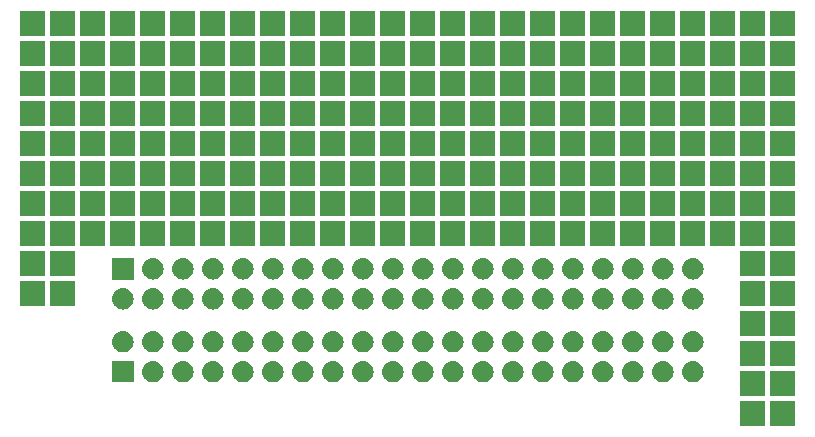
<source format=gbs>
G04 #@! TF.GenerationSoftware,KiCad,Pcbnew,(5.1.4-0)*
G04 #@! TF.CreationDate,2019-11-08T19:26:01-06:00*
G04 #@! TF.ProjectId,cartprotoboardmini,63617274-7072-46f7-946f-626f6172646d,rev?*
G04 #@! TF.SameCoordinates,Original*
G04 #@! TF.FileFunction,Soldermask,Bot*
G04 #@! TF.FilePolarity,Negative*
%FSLAX46Y46*%
G04 Gerber Fmt 4.6, Leading zero omitted, Abs format (unit mm)*
G04 Created by KiCad (PCBNEW (5.1.4-0)) date 2019-11-08 19:26:01*
%MOMM*%
%LPD*%
G04 APERTURE LIST*
%ADD10C,0.100000*%
G04 APERTURE END LIST*
D10*
G36*
X168891000Y-78401000D02*
G01*
X166789000Y-78401000D01*
X166789000Y-76299000D01*
X168891000Y-76299000D01*
X168891000Y-78401000D01*
X168891000Y-78401000D01*
G37*
G36*
X166351000Y-78401000D02*
G01*
X164249000Y-78401000D01*
X164249000Y-76299000D01*
X166351000Y-76299000D01*
X166351000Y-78401000D01*
X166351000Y-78401000D01*
G37*
G36*
X168891000Y-75861000D02*
G01*
X166789000Y-75861000D01*
X166789000Y-73759000D01*
X168891000Y-73759000D01*
X168891000Y-75861000D01*
X168891000Y-75861000D01*
G37*
G36*
X166351000Y-75861000D02*
G01*
X164249000Y-75861000D01*
X164249000Y-73759000D01*
X166351000Y-73759000D01*
X166351000Y-75861000D01*
X166351000Y-75861000D01*
G37*
G36*
X150210442Y-72905518D02*
G01*
X150276627Y-72912037D01*
X150446466Y-72963557D01*
X150602991Y-73047222D01*
X150638729Y-73076552D01*
X150740186Y-73159814D01*
X150823448Y-73261271D01*
X150852778Y-73297009D01*
X150936443Y-73453534D01*
X150987963Y-73623373D01*
X151005359Y-73800000D01*
X150987963Y-73976627D01*
X150936443Y-74146466D01*
X150852778Y-74302991D01*
X150823448Y-74338729D01*
X150740186Y-74440186D01*
X150638729Y-74523448D01*
X150602991Y-74552778D01*
X150446466Y-74636443D01*
X150276627Y-74687963D01*
X150210443Y-74694481D01*
X150144260Y-74701000D01*
X150055740Y-74701000D01*
X149989557Y-74694481D01*
X149923373Y-74687963D01*
X149753534Y-74636443D01*
X149597009Y-74552778D01*
X149561271Y-74523448D01*
X149459814Y-74440186D01*
X149376552Y-74338729D01*
X149347222Y-74302991D01*
X149263557Y-74146466D01*
X149212037Y-73976627D01*
X149194641Y-73800000D01*
X149212037Y-73623373D01*
X149263557Y-73453534D01*
X149347222Y-73297009D01*
X149376552Y-73261271D01*
X149459814Y-73159814D01*
X149561271Y-73076552D01*
X149597009Y-73047222D01*
X149753534Y-72963557D01*
X149923373Y-72912037D01*
X149989558Y-72905518D01*
X150055740Y-72899000D01*
X150144260Y-72899000D01*
X150210442Y-72905518D01*
X150210442Y-72905518D01*
G37*
G36*
X147670442Y-72905518D02*
G01*
X147736627Y-72912037D01*
X147906466Y-72963557D01*
X148062991Y-73047222D01*
X148098729Y-73076552D01*
X148200186Y-73159814D01*
X148283448Y-73261271D01*
X148312778Y-73297009D01*
X148396443Y-73453534D01*
X148447963Y-73623373D01*
X148465359Y-73800000D01*
X148447963Y-73976627D01*
X148396443Y-74146466D01*
X148312778Y-74302991D01*
X148283448Y-74338729D01*
X148200186Y-74440186D01*
X148098729Y-74523448D01*
X148062991Y-74552778D01*
X147906466Y-74636443D01*
X147736627Y-74687963D01*
X147670443Y-74694481D01*
X147604260Y-74701000D01*
X147515740Y-74701000D01*
X147449557Y-74694481D01*
X147383373Y-74687963D01*
X147213534Y-74636443D01*
X147057009Y-74552778D01*
X147021271Y-74523448D01*
X146919814Y-74440186D01*
X146836552Y-74338729D01*
X146807222Y-74302991D01*
X146723557Y-74146466D01*
X146672037Y-73976627D01*
X146654641Y-73800000D01*
X146672037Y-73623373D01*
X146723557Y-73453534D01*
X146807222Y-73297009D01*
X146836552Y-73261271D01*
X146919814Y-73159814D01*
X147021271Y-73076552D01*
X147057009Y-73047222D01*
X147213534Y-72963557D01*
X147383373Y-72912037D01*
X147449558Y-72905518D01*
X147515740Y-72899000D01*
X147604260Y-72899000D01*
X147670442Y-72905518D01*
X147670442Y-72905518D01*
G37*
G36*
X145130442Y-72905518D02*
G01*
X145196627Y-72912037D01*
X145366466Y-72963557D01*
X145522991Y-73047222D01*
X145558729Y-73076552D01*
X145660186Y-73159814D01*
X145743448Y-73261271D01*
X145772778Y-73297009D01*
X145856443Y-73453534D01*
X145907963Y-73623373D01*
X145925359Y-73800000D01*
X145907963Y-73976627D01*
X145856443Y-74146466D01*
X145772778Y-74302991D01*
X145743448Y-74338729D01*
X145660186Y-74440186D01*
X145558729Y-74523448D01*
X145522991Y-74552778D01*
X145366466Y-74636443D01*
X145196627Y-74687963D01*
X145130443Y-74694481D01*
X145064260Y-74701000D01*
X144975740Y-74701000D01*
X144909557Y-74694481D01*
X144843373Y-74687963D01*
X144673534Y-74636443D01*
X144517009Y-74552778D01*
X144481271Y-74523448D01*
X144379814Y-74440186D01*
X144296552Y-74338729D01*
X144267222Y-74302991D01*
X144183557Y-74146466D01*
X144132037Y-73976627D01*
X144114641Y-73800000D01*
X144132037Y-73623373D01*
X144183557Y-73453534D01*
X144267222Y-73297009D01*
X144296552Y-73261271D01*
X144379814Y-73159814D01*
X144481271Y-73076552D01*
X144517009Y-73047222D01*
X144673534Y-72963557D01*
X144843373Y-72912037D01*
X144909558Y-72905518D01*
X144975740Y-72899000D01*
X145064260Y-72899000D01*
X145130442Y-72905518D01*
X145130442Y-72905518D01*
G37*
G36*
X142590442Y-72905518D02*
G01*
X142656627Y-72912037D01*
X142826466Y-72963557D01*
X142982991Y-73047222D01*
X143018729Y-73076552D01*
X143120186Y-73159814D01*
X143203448Y-73261271D01*
X143232778Y-73297009D01*
X143316443Y-73453534D01*
X143367963Y-73623373D01*
X143385359Y-73800000D01*
X143367963Y-73976627D01*
X143316443Y-74146466D01*
X143232778Y-74302991D01*
X143203448Y-74338729D01*
X143120186Y-74440186D01*
X143018729Y-74523448D01*
X142982991Y-74552778D01*
X142826466Y-74636443D01*
X142656627Y-74687963D01*
X142590443Y-74694481D01*
X142524260Y-74701000D01*
X142435740Y-74701000D01*
X142369557Y-74694481D01*
X142303373Y-74687963D01*
X142133534Y-74636443D01*
X141977009Y-74552778D01*
X141941271Y-74523448D01*
X141839814Y-74440186D01*
X141756552Y-74338729D01*
X141727222Y-74302991D01*
X141643557Y-74146466D01*
X141592037Y-73976627D01*
X141574641Y-73800000D01*
X141592037Y-73623373D01*
X141643557Y-73453534D01*
X141727222Y-73297009D01*
X141756552Y-73261271D01*
X141839814Y-73159814D01*
X141941271Y-73076552D01*
X141977009Y-73047222D01*
X142133534Y-72963557D01*
X142303373Y-72912037D01*
X142369558Y-72905518D01*
X142435740Y-72899000D01*
X142524260Y-72899000D01*
X142590442Y-72905518D01*
X142590442Y-72905518D01*
G37*
G36*
X140050442Y-72905518D02*
G01*
X140116627Y-72912037D01*
X140286466Y-72963557D01*
X140442991Y-73047222D01*
X140478729Y-73076552D01*
X140580186Y-73159814D01*
X140663448Y-73261271D01*
X140692778Y-73297009D01*
X140776443Y-73453534D01*
X140827963Y-73623373D01*
X140845359Y-73800000D01*
X140827963Y-73976627D01*
X140776443Y-74146466D01*
X140692778Y-74302991D01*
X140663448Y-74338729D01*
X140580186Y-74440186D01*
X140478729Y-74523448D01*
X140442991Y-74552778D01*
X140286466Y-74636443D01*
X140116627Y-74687963D01*
X140050443Y-74694481D01*
X139984260Y-74701000D01*
X139895740Y-74701000D01*
X139829557Y-74694481D01*
X139763373Y-74687963D01*
X139593534Y-74636443D01*
X139437009Y-74552778D01*
X139401271Y-74523448D01*
X139299814Y-74440186D01*
X139216552Y-74338729D01*
X139187222Y-74302991D01*
X139103557Y-74146466D01*
X139052037Y-73976627D01*
X139034641Y-73800000D01*
X139052037Y-73623373D01*
X139103557Y-73453534D01*
X139187222Y-73297009D01*
X139216552Y-73261271D01*
X139299814Y-73159814D01*
X139401271Y-73076552D01*
X139437009Y-73047222D01*
X139593534Y-72963557D01*
X139763373Y-72912037D01*
X139829558Y-72905518D01*
X139895740Y-72899000D01*
X139984260Y-72899000D01*
X140050442Y-72905518D01*
X140050442Y-72905518D01*
G37*
G36*
X137510442Y-72905518D02*
G01*
X137576627Y-72912037D01*
X137746466Y-72963557D01*
X137902991Y-73047222D01*
X137938729Y-73076552D01*
X138040186Y-73159814D01*
X138123448Y-73261271D01*
X138152778Y-73297009D01*
X138236443Y-73453534D01*
X138287963Y-73623373D01*
X138305359Y-73800000D01*
X138287963Y-73976627D01*
X138236443Y-74146466D01*
X138152778Y-74302991D01*
X138123448Y-74338729D01*
X138040186Y-74440186D01*
X137938729Y-74523448D01*
X137902991Y-74552778D01*
X137746466Y-74636443D01*
X137576627Y-74687963D01*
X137510443Y-74694481D01*
X137444260Y-74701000D01*
X137355740Y-74701000D01*
X137289557Y-74694481D01*
X137223373Y-74687963D01*
X137053534Y-74636443D01*
X136897009Y-74552778D01*
X136861271Y-74523448D01*
X136759814Y-74440186D01*
X136676552Y-74338729D01*
X136647222Y-74302991D01*
X136563557Y-74146466D01*
X136512037Y-73976627D01*
X136494641Y-73800000D01*
X136512037Y-73623373D01*
X136563557Y-73453534D01*
X136647222Y-73297009D01*
X136676552Y-73261271D01*
X136759814Y-73159814D01*
X136861271Y-73076552D01*
X136897009Y-73047222D01*
X137053534Y-72963557D01*
X137223373Y-72912037D01*
X137289558Y-72905518D01*
X137355740Y-72899000D01*
X137444260Y-72899000D01*
X137510442Y-72905518D01*
X137510442Y-72905518D01*
G37*
G36*
X134970442Y-72905518D02*
G01*
X135036627Y-72912037D01*
X135206466Y-72963557D01*
X135362991Y-73047222D01*
X135398729Y-73076552D01*
X135500186Y-73159814D01*
X135583448Y-73261271D01*
X135612778Y-73297009D01*
X135696443Y-73453534D01*
X135747963Y-73623373D01*
X135765359Y-73800000D01*
X135747963Y-73976627D01*
X135696443Y-74146466D01*
X135612778Y-74302991D01*
X135583448Y-74338729D01*
X135500186Y-74440186D01*
X135398729Y-74523448D01*
X135362991Y-74552778D01*
X135206466Y-74636443D01*
X135036627Y-74687963D01*
X134970443Y-74694481D01*
X134904260Y-74701000D01*
X134815740Y-74701000D01*
X134749557Y-74694481D01*
X134683373Y-74687963D01*
X134513534Y-74636443D01*
X134357009Y-74552778D01*
X134321271Y-74523448D01*
X134219814Y-74440186D01*
X134136552Y-74338729D01*
X134107222Y-74302991D01*
X134023557Y-74146466D01*
X133972037Y-73976627D01*
X133954641Y-73800000D01*
X133972037Y-73623373D01*
X134023557Y-73453534D01*
X134107222Y-73297009D01*
X134136552Y-73261271D01*
X134219814Y-73159814D01*
X134321271Y-73076552D01*
X134357009Y-73047222D01*
X134513534Y-72963557D01*
X134683373Y-72912037D01*
X134749558Y-72905518D01*
X134815740Y-72899000D01*
X134904260Y-72899000D01*
X134970442Y-72905518D01*
X134970442Y-72905518D01*
G37*
G36*
X132430442Y-72905518D02*
G01*
X132496627Y-72912037D01*
X132666466Y-72963557D01*
X132822991Y-73047222D01*
X132858729Y-73076552D01*
X132960186Y-73159814D01*
X133043448Y-73261271D01*
X133072778Y-73297009D01*
X133156443Y-73453534D01*
X133207963Y-73623373D01*
X133225359Y-73800000D01*
X133207963Y-73976627D01*
X133156443Y-74146466D01*
X133072778Y-74302991D01*
X133043448Y-74338729D01*
X132960186Y-74440186D01*
X132858729Y-74523448D01*
X132822991Y-74552778D01*
X132666466Y-74636443D01*
X132496627Y-74687963D01*
X132430443Y-74694481D01*
X132364260Y-74701000D01*
X132275740Y-74701000D01*
X132209557Y-74694481D01*
X132143373Y-74687963D01*
X131973534Y-74636443D01*
X131817009Y-74552778D01*
X131781271Y-74523448D01*
X131679814Y-74440186D01*
X131596552Y-74338729D01*
X131567222Y-74302991D01*
X131483557Y-74146466D01*
X131432037Y-73976627D01*
X131414641Y-73800000D01*
X131432037Y-73623373D01*
X131483557Y-73453534D01*
X131567222Y-73297009D01*
X131596552Y-73261271D01*
X131679814Y-73159814D01*
X131781271Y-73076552D01*
X131817009Y-73047222D01*
X131973534Y-72963557D01*
X132143373Y-72912037D01*
X132209558Y-72905518D01*
X132275740Y-72899000D01*
X132364260Y-72899000D01*
X132430442Y-72905518D01*
X132430442Y-72905518D01*
G37*
G36*
X129890442Y-72905518D02*
G01*
X129956627Y-72912037D01*
X130126466Y-72963557D01*
X130282991Y-73047222D01*
X130318729Y-73076552D01*
X130420186Y-73159814D01*
X130503448Y-73261271D01*
X130532778Y-73297009D01*
X130616443Y-73453534D01*
X130667963Y-73623373D01*
X130685359Y-73800000D01*
X130667963Y-73976627D01*
X130616443Y-74146466D01*
X130532778Y-74302991D01*
X130503448Y-74338729D01*
X130420186Y-74440186D01*
X130318729Y-74523448D01*
X130282991Y-74552778D01*
X130126466Y-74636443D01*
X129956627Y-74687963D01*
X129890443Y-74694481D01*
X129824260Y-74701000D01*
X129735740Y-74701000D01*
X129669557Y-74694481D01*
X129603373Y-74687963D01*
X129433534Y-74636443D01*
X129277009Y-74552778D01*
X129241271Y-74523448D01*
X129139814Y-74440186D01*
X129056552Y-74338729D01*
X129027222Y-74302991D01*
X128943557Y-74146466D01*
X128892037Y-73976627D01*
X128874641Y-73800000D01*
X128892037Y-73623373D01*
X128943557Y-73453534D01*
X129027222Y-73297009D01*
X129056552Y-73261271D01*
X129139814Y-73159814D01*
X129241271Y-73076552D01*
X129277009Y-73047222D01*
X129433534Y-72963557D01*
X129603373Y-72912037D01*
X129669558Y-72905518D01*
X129735740Y-72899000D01*
X129824260Y-72899000D01*
X129890442Y-72905518D01*
X129890442Y-72905518D01*
G37*
G36*
X127350442Y-72905518D02*
G01*
X127416627Y-72912037D01*
X127586466Y-72963557D01*
X127742991Y-73047222D01*
X127778729Y-73076552D01*
X127880186Y-73159814D01*
X127963448Y-73261271D01*
X127992778Y-73297009D01*
X128076443Y-73453534D01*
X128127963Y-73623373D01*
X128145359Y-73800000D01*
X128127963Y-73976627D01*
X128076443Y-74146466D01*
X127992778Y-74302991D01*
X127963448Y-74338729D01*
X127880186Y-74440186D01*
X127778729Y-74523448D01*
X127742991Y-74552778D01*
X127586466Y-74636443D01*
X127416627Y-74687963D01*
X127350443Y-74694481D01*
X127284260Y-74701000D01*
X127195740Y-74701000D01*
X127129557Y-74694481D01*
X127063373Y-74687963D01*
X126893534Y-74636443D01*
X126737009Y-74552778D01*
X126701271Y-74523448D01*
X126599814Y-74440186D01*
X126516552Y-74338729D01*
X126487222Y-74302991D01*
X126403557Y-74146466D01*
X126352037Y-73976627D01*
X126334641Y-73800000D01*
X126352037Y-73623373D01*
X126403557Y-73453534D01*
X126487222Y-73297009D01*
X126516552Y-73261271D01*
X126599814Y-73159814D01*
X126701271Y-73076552D01*
X126737009Y-73047222D01*
X126893534Y-72963557D01*
X127063373Y-72912037D01*
X127129558Y-72905518D01*
X127195740Y-72899000D01*
X127284260Y-72899000D01*
X127350442Y-72905518D01*
X127350442Y-72905518D01*
G37*
G36*
X124810442Y-72905518D02*
G01*
X124876627Y-72912037D01*
X125046466Y-72963557D01*
X125202991Y-73047222D01*
X125238729Y-73076552D01*
X125340186Y-73159814D01*
X125423448Y-73261271D01*
X125452778Y-73297009D01*
X125536443Y-73453534D01*
X125587963Y-73623373D01*
X125605359Y-73800000D01*
X125587963Y-73976627D01*
X125536443Y-74146466D01*
X125452778Y-74302991D01*
X125423448Y-74338729D01*
X125340186Y-74440186D01*
X125238729Y-74523448D01*
X125202991Y-74552778D01*
X125046466Y-74636443D01*
X124876627Y-74687963D01*
X124810443Y-74694481D01*
X124744260Y-74701000D01*
X124655740Y-74701000D01*
X124589557Y-74694481D01*
X124523373Y-74687963D01*
X124353534Y-74636443D01*
X124197009Y-74552778D01*
X124161271Y-74523448D01*
X124059814Y-74440186D01*
X123976552Y-74338729D01*
X123947222Y-74302991D01*
X123863557Y-74146466D01*
X123812037Y-73976627D01*
X123794641Y-73800000D01*
X123812037Y-73623373D01*
X123863557Y-73453534D01*
X123947222Y-73297009D01*
X123976552Y-73261271D01*
X124059814Y-73159814D01*
X124161271Y-73076552D01*
X124197009Y-73047222D01*
X124353534Y-72963557D01*
X124523373Y-72912037D01*
X124589558Y-72905518D01*
X124655740Y-72899000D01*
X124744260Y-72899000D01*
X124810442Y-72905518D01*
X124810442Y-72905518D01*
G37*
G36*
X122270442Y-72905518D02*
G01*
X122336627Y-72912037D01*
X122506466Y-72963557D01*
X122662991Y-73047222D01*
X122698729Y-73076552D01*
X122800186Y-73159814D01*
X122883448Y-73261271D01*
X122912778Y-73297009D01*
X122996443Y-73453534D01*
X123047963Y-73623373D01*
X123065359Y-73800000D01*
X123047963Y-73976627D01*
X122996443Y-74146466D01*
X122912778Y-74302991D01*
X122883448Y-74338729D01*
X122800186Y-74440186D01*
X122698729Y-74523448D01*
X122662991Y-74552778D01*
X122506466Y-74636443D01*
X122336627Y-74687963D01*
X122270443Y-74694481D01*
X122204260Y-74701000D01*
X122115740Y-74701000D01*
X122049557Y-74694481D01*
X121983373Y-74687963D01*
X121813534Y-74636443D01*
X121657009Y-74552778D01*
X121621271Y-74523448D01*
X121519814Y-74440186D01*
X121436552Y-74338729D01*
X121407222Y-74302991D01*
X121323557Y-74146466D01*
X121272037Y-73976627D01*
X121254641Y-73800000D01*
X121272037Y-73623373D01*
X121323557Y-73453534D01*
X121407222Y-73297009D01*
X121436552Y-73261271D01*
X121519814Y-73159814D01*
X121621271Y-73076552D01*
X121657009Y-73047222D01*
X121813534Y-72963557D01*
X121983373Y-72912037D01*
X122049558Y-72905518D01*
X122115740Y-72899000D01*
X122204260Y-72899000D01*
X122270442Y-72905518D01*
X122270442Y-72905518D01*
G37*
G36*
X119730442Y-72905518D02*
G01*
X119796627Y-72912037D01*
X119966466Y-72963557D01*
X120122991Y-73047222D01*
X120158729Y-73076552D01*
X120260186Y-73159814D01*
X120343448Y-73261271D01*
X120372778Y-73297009D01*
X120456443Y-73453534D01*
X120507963Y-73623373D01*
X120525359Y-73800000D01*
X120507963Y-73976627D01*
X120456443Y-74146466D01*
X120372778Y-74302991D01*
X120343448Y-74338729D01*
X120260186Y-74440186D01*
X120158729Y-74523448D01*
X120122991Y-74552778D01*
X119966466Y-74636443D01*
X119796627Y-74687963D01*
X119730443Y-74694481D01*
X119664260Y-74701000D01*
X119575740Y-74701000D01*
X119509557Y-74694481D01*
X119443373Y-74687963D01*
X119273534Y-74636443D01*
X119117009Y-74552778D01*
X119081271Y-74523448D01*
X118979814Y-74440186D01*
X118896552Y-74338729D01*
X118867222Y-74302991D01*
X118783557Y-74146466D01*
X118732037Y-73976627D01*
X118714641Y-73800000D01*
X118732037Y-73623373D01*
X118783557Y-73453534D01*
X118867222Y-73297009D01*
X118896552Y-73261271D01*
X118979814Y-73159814D01*
X119081271Y-73076552D01*
X119117009Y-73047222D01*
X119273534Y-72963557D01*
X119443373Y-72912037D01*
X119509558Y-72905518D01*
X119575740Y-72899000D01*
X119664260Y-72899000D01*
X119730442Y-72905518D01*
X119730442Y-72905518D01*
G37*
G36*
X117190442Y-72905518D02*
G01*
X117256627Y-72912037D01*
X117426466Y-72963557D01*
X117582991Y-73047222D01*
X117618729Y-73076552D01*
X117720186Y-73159814D01*
X117803448Y-73261271D01*
X117832778Y-73297009D01*
X117916443Y-73453534D01*
X117967963Y-73623373D01*
X117985359Y-73800000D01*
X117967963Y-73976627D01*
X117916443Y-74146466D01*
X117832778Y-74302991D01*
X117803448Y-74338729D01*
X117720186Y-74440186D01*
X117618729Y-74523448D01*
X117582991Y-74552778D01*
X117426466Y-74636443D01*
X117256627Y-74687963D01*
X117190443Y-74694481D01*
X117124260Y-74701000D01*
X117035740Y-74701000D01*
X116969557Y-74694481D01*
X116903373Y-74687963D01*
X116733534Y-74636443D01*
X116577009Y-74552778D01*
X116541271Y-74523448D01*
X116439814Y-74440186D01*
X116356552Y-74338729D01*
X116327222Y-74302991D01*
X116243557Y-74146466D01*
X116192037Y-73976627D01*
X116174641Y-73800000D01*
X116192037Y-73623373D01*
X116243557Y-73453534D01*
X116327222Y-73297009D01*
X116356552Y-73261271D01*
X116439814Y-73159814D01*
X116541271Y-73076552D01*
X116577009Y-73047222D01*
X116733534Y-72963557D01*
X116903373Y-72912037D01*
X116969558Y-72905518D01*
X117035740Y-72899000D01*
X117124260Y-72899000D01*
X117190442Y-72905518D01*
X117190442Y-72905518D01*
G37*
G36*
X114650442Y-72905518D02*
G01*
X114716627Y-72912037D01*
X114886466Y-72963557D01*
X115042991Y-73047222D01*
X115078729Y-73076552D01*
X115180186Y-73159814D01*
X115263448Y-73261271D01*
X115292778Y-73297009D01*
X115376443Y-73453534D01*
X115427963Y-73623373D01*
X115445359Y-73800000D01*
X115427963Y-73976627D01*
X115376443Y-74146466D01*
X115292778Y-74302991D01*
X115263448Y-74338729D01*
X115180186Y-74440186D01*
X115078729Y-74523448D01*
X115042991Y-74552778D01*
X114886466Y-74636443D01*
X114716627Y-74687963D01*
X114650443Y-74694481D01*
X114584260Y-74701000D01*
X114495740Y-74701000D01*
X114429557Y-74694481D01*
X114363373Y-74687963D01*
X114193534Y-74636443D01*
X114037009Y-74552778D01*
X114001271Y-74523448D01*
X113899814Y-74440186D01*
X113816552Y-74338729D01*
X113787222Y-74302991D01*
X113703557Y-74146466D01*
X113652037Y-73976627D01*
X113634641Y-73800000D01*
X113652037Y-73623373D01*
X113703557Y-73453534D01*
X113787222Y-73297009D01*
X113816552Y-73261271D01*
X113899814Y-73159814D01*
X114001271Y-73076552D01*
X114037009Y-73047222D01*
X114193534Y-72963557D01*
X114363373Y-72912037D01*
X114429558Y-72905518D01*
X114495740Y-72899000D01*
X114584260Y-72899000D01*
X114650442Y-72905518D01*
X114650442Y-72905518D01*
G37*
G36*
X112901000Y-74701000D02*
G01*
X111099000Y-74701000D01*
X111099000Y-72899000D01*
X112901000Y-72899000D01*
X112901000Y-74701000D01*
X112901000Y-74701000D01*
G37*
G36*
X152750442Y-72905518D02*
G01*
X152816627Y-72912037D01*
X152986466Y-72963557D01*
X153142991Y-73047222D01*
X153178729Y-73076552D01*
X153280186Y-73159814D01*
X153363448Y-73261271D01*
X153392778Y-73297009D01*
X153476443Y-73453534D01*
X153527963Y-73623373D01*
X153545359Y-73800000D01*
X153527963Y-73976627D01*
X153476443Y-74146466D01*
X153392778Y-74302991D01*
X153363448Y-74338729D01*
X153280186Y-74440186D01*
X153178729Y-74523448D01*
X153142991Y-74552778D01*
X152986466Y-74636443D01*
X152816627Y-74687963D01*
X152750443Y-74694481D01*
X152684260Y-74701000D01*
X152595740Y-74701000D01*
X152529557Y-74694481D01*
X152463373Y-74687963D01*
X152293534Y-74636443D01*
X152137009Y-74552778D01*
X152101271Y-74523448D01*
X151999814Y-74440186D01*
X151916552Y-74338729D01*
X151887222Y-74302991D01*
X151803557Y-74146466D01*
X151752037Y-73976627D01*
X151734641Y-73800000D01*
X151752037Y-73623373D01*
X151803557Y-73453534D01*
X151887222Y-73297009D01*
X151916552Y-73261271D01*
X151999814Y-73159814D01*
X152101271Y-73076552D01*
X152137009Y-73047222D01*
X152293534Y-72963557D01*
X152463373Y-72912037D01*
X152529558Y-72905518D01*
X152595740Y-72899000D01*
X152684260Y-72899000D01*
X152750442Y-72905518D01*
X152750442Y-72905518D01*
G37*
G36*
X155290442Y-72905518D02*
G01*
X155356627Y-72912037D01*
X155526466Y-72963557D01*
X155682991Y-73047222D01*
X155718729Y-73076552D01*
X155820186Y-73159814D01*
X155903448Y-73261271D01*
X155932778Y-73297009D01*
X156016443Y-73453534D01*
X156067963Y-73623373D01*
X156085359Y-73800000D01*
X156067963Y-73976627D01*
X156016443Y-74146466D01*
X155932778Y-74302991D01*
X155903448Y-74338729D01*
X155820186Y-74440186D01*
X155718729Y-74523448D01*
X155682991Y-74552778D01*
X155526466Y-74636443D01*
X155356627Y-74687963D01*
X155290443Y-74694481D01*
X155224260Y-74701000D01*
X155135740Y-74701000D01*
X155069557Y-74694481D01*
X155003373Y-74687963D01*
X154833534Y-74636443D01*
X154677009Y-74552778D01*
X154641271Y-74523448D01*
X154539814Y-74440186D01*
X154456552Y-74338729D01*
X154427222Y-74302991D01*
X154343557Y-74146466D01*
X154292037Y-73976627D01*
X154274641Y-73800000D01*
X154292037Y-73623373D01*
X154343557Y-73453534D01*
X154427222Y-73297009D01*
X154456552Y-73261271D01*
X154539814Y-73159814D01*
X154641271Y-73076552D01*
X154677009Y-73047222D01*
X154833534Y-72963557D01*
X155003373Y-72912037D01*
X155069558Y-72905518D01*
X155135740Y-72899000D01*
X155224260Y-72899000D01*
X155290442Y-72905518D01*
X155290442Y-72905518D01*
G37*
G36*
X157830442Y-72905518D02*
G01*
X157896627Y-72912037D01*
X158066466Y-72963557D01*
X158222991Y-73047222D01*
X158258729Y-73076552D01*
X158360186Y-73159814D01*
X158443448Y-73261271D01*
X158472778Y-73297009D01*
X158556443Y-73453534D01*
X158607963Y-73623373D01*
X158625359Y-73800000D01*
X158607963Y-73976627D01*
X158556443Y-74146466D01*
X158472778Y-74302991D01*
X158443448Y-74338729D01*
X158360186Y-74440186D01*
X158258729Y-74523448D01*
X158222991Y-74552778D01*
X158066466Y-74636443D01*
X157896627Y-74687963D01*
X157830443Y-74694481D01*
X157764260Y-74701000D01*
X157675740Y-74701000D01*
X157609557Y-74694481D01*
X157543373Y-74687963D01*
X157373534Y-74636443D01*
X157217009Y-74552778D01*
X157181271Y-74523448D01*
X157079814Y-74440186D01*
X156996552Y-74338729D01*
X156967222Y-74302991D01*
X156883557Y-74146466D01*
X156832037Y-73976627D01*
X156814641Y-73800000D01*
X156832037Y-73623373D01*
X156883557Y-73453534D01*
X156967222Y-73297009D01*
X156996552Y-73261271D01*
X157079814Y-73159814D01*
X157181271Y-73076552D01*
X157217009Y-73047222D01*
X157373534Y-72963557D01*
X157543373Y-72912037D01*
X157609558Y-72905518D01*
X157675740Y-72899000D01*
X157764260Y-72899000D01*
X157830442Y-72905518D01*
X157830442Y-72905518D01*
G37*
G36*
X160370442Y-72905518D02*
G01*
X160436627Y-72912037D01*
X160606466Y-72963557D01*
X160762991Y-73047222D01*
X160798729Y-73076552D01*
X160900186Y-73159814D01*
X160983448Y-73261271D01*
X161012778Y-73297009D01*
X161096443Y-73453534D01*
X161147963Y-73623373D01*
X161165359Y-73800000D01*
X161147963Y-73976627D01*
X161096443Y-74146466D01*
X161012778Y-74302991D01*
X160983448Y-74338729D01*
X160900186Y-74440186D01*
X160798729Y-74523448D01*
X160762991Y-74552778D01*
X160606466Y-74636443D01*
X160436627Y-74687963D01*
X160370443Y-74694481D01*
X160304260Y-74701000D01*
X160215740Y-74701000D01*
X160149557Y-74694481D01*
X160083373Y-74687963D01*
X159913534Y-74636443D01*
X159757009Y-74552778D01*
X159721271Y-74523448D01*
X159619814Y-74440186D01*
X159536552Y-74338729D01*
X159507222Y-74302991D01*
X159423557Y-74146466D01*
X159372037Y-73976627D01*
X159354641Y-73800000D01*
X159372037Y-73623373D01*
X159423557Y-73453534D01*
X159507222Y-73297009D01*
X159536552Y-73261271D01*
X159619814Y-73159814D01*
X159721271Y-73076552D01*
X159757009Y-73047222D01*
X159913534Y-72963557D01*
X160083373Y-72912037D01*
X160149558Y-72905518D01*
X160215740Y-72899000D01*
X160304260Y-72899000D01*
X160370442Y-72905518D01*
X160370442Y-72905518D01*
G37*
G36*
X166351000Y-73321000D02*
G01*
X164249000Y-73321000D01*
X164249000Y-71219000D01*
X166351000Y-71219000D01*
X166351000Y-73321000D01*
X166351000Y-73321000D01*
G37*
G36*
X168891000Y-73321000D02*
G01*
X166789000Y-73321000D01*
X166789000Y-71219000D01*
X168891000Y-71219000D01*
X168891000Y-73321000D01*
X168891000Y-73321000D01*
G37*
G36*
X119730443Y-70365519D02*
G01*
X119796627Y-70372037D01*
X119966466Y-70423557D01*
X120122991Y-70507222D01*
X120158729Y-70536552D01*
X120260186Y-70619814D01*
X120343448Y-70721271D01*
X120372778Y-70757009D01*
X120456443Y-70913534D01*
X120507963Y-71083373D01*
X120525359Y-71260000D01*
X120507963Y-71436627D01*
X120456443Y-71606466D01*
X120372778Y-71762991D01*
X120343448Y-71798729D01*
X120260186Y-71900186D01*
X120158729Y-71983448D01*
X120122991Y-72012778D01*
X119966466Y-72096443D01*
X119796627Y-72147963D01*
X119730442Y-72154482D01*
X119664260Y-72161000D01*
X119575740Y-72161000D01*
X119509558Y-72154482D01*
X119443373Y-72147963D01*
X119273534Y-72096443D01*
X119117009Y-72012778D01*
X119081271Y-71983448D01*
X118979814Y-71900186D01*
X118896552Y-71798729D01*
X118867222Y-71762991D01*
X118783557Y-71606466D01*
X118732037Y-71436627D01*
X118714641Y-71260000D01*
X118732037Y-71083373D01*
X118783557Y-70913534D01*
X118867222Y-70757009D01*
X118896552Y-70721271D01*
X118979814Y-70619814D01*
X119081271Y-70536552D01*
X119117009Y-70507222D01*
X119273534Y-70423557D01*
X119443373Y-70372037D01*
X119509557Y-70365519D01*
X119575740Y-70359000D01*
X119664260Y-70359000D01*
X119730443Y-70365519D01*
X119730443Y-70365519D01*
G37*
G36*
X117190443Y-70365519D02*
G01*
X117256627Y-70372037D01*
X117426466Y-70423557D01*
X117582991Y-70507222D01*
X117618729Y-70536552D01*
X117720186Y-70619814D01*
X117803448Y-70721271D01*
X117832778Y-70757009D01*
X117916443Y-70913534D01*
X117967963Y-71083373D01*
X117985359Y-71260000D01*
X117967963Y-71436627D01*
X117916443Y-71606466D01*
X117832778Y-71762991D01*
X117803448Y-71798729D01*
X117720186Y-71900186D01*
X117618729Y-71983448D01*
X117582991Y-72012778D01*
X117426466Y-72096443D01*
X117256627Y-72147963D01*
X117190442Y-72154482D01*
X117124260Y-72161000D01*
X117035740Y-72161000D01*
X116969558Y-72154482D01*
X116903373Y-72147963D01*
X116733534Y-72096443D01*
X116577009Y-72012778D01*
X116541271Y-71983448D01*
X116439814Y-71900186D01*
X116356552Y-71798729D01*
X116327222Y-71762991D01*
X116243557Y-71606466D01*
X116192037Y-71436627D01*
X116174641Y-71260000D01*
X116192037Y-71083373D01*
X116243557Y-70913534D01*
X116327222Y-70757009D01*
X116356552Y-70721271D01*
X116439814Y-70619814D01*
X116541271Y-70536552D01*
X116577009Y-70507222D01*
X116733534Y-70423557D01*
X116903373Y-70372037D01*
X116969557Y-70365519D01*
X117035740Y-70359000D01*
X117124260Y-70359000D01*
X117190443Y-70365519D01*
X117190443Y-70365519D01*
G37*
G36*
X122270443Y-70365519D02*
G01*
X122336627Y-70372037D01*
X122506466Y-70423557D01*
X122662991Y-70507222D01*
X122698729Y-70536552D01*
X122800186Y-70619814D01*
X122883448Y-70721271D01*
X122912778Y-70757009D01*
X122996443Y-70913534D01*
X123047963Y-71083373D01*
X123065359Y-71260000D01*
X123047963Y-71436627D01*
X122996443Y-71606466D01*
X122912778Y-71762991D01*
X122883448Y-71798729D01*
X122800186Y-71900186D01*
X122698729Y-71983448D01*
X122662991Y-72012778D01*
X122506466Y-72096443D01*
X122336627Y-72147963D01*
X122270442Y-72154482D01*
X122204260Y-72161000D01*
X122115740Y-72161000D01*
X122049558Y-72154482D01*
X121983373Y-72147963D01*
X121813534Y-72096443D01*
X121657009Y-72012778D01*
X121621271Y-71983448D01*
X121519814Y-71900186D01*
X121436552Y-71798729D01*
X121407222Y-71762991D01*
X121323557Y-71606466D01*
X121272037Y-71436627D01*
X121254641Y-71260000D01*
X121272037Y-71083373D01*
X121323557Y-70913534D01*
X121407222Y-70757009D01*
X121436552Y-70721271D01*
X121519814Y-70619814D01*
X121621271Y-70536552D01*
X121657009Y-70507222D01*
X121813534Y-70423557D01*
X121983373Y-70372037D01*
X122049557Y-70365519D01*
X122115740Y-70359000D01*
X122204260Y-70359000D01*
X122270443Y-70365519D01*
X122270443Y-70365519D01*
G37*
G36*
X124810443Y-70365519D02*
G01*
X124876627Y-70372037D01*
X125046466Y-70423557D01*
X125202991Y-70507222D01*
X125238729Y-70536552D01*
X125340186Y-70619814D01*
X125423448Y-70721271D01*
X125452778Y-70757009D01*
X125536443Y-70913534D01*
X125587963Y-71083373D01*
X125605359Y-71260000D01*
X125587963Y-71436627D01*
X125536443Y-71606466D01*
X125452778Y-71762991D01*
X125423448Y-71798729D01*
X125340186Y-71900186D01*
X125238729Y-71983448D01*
X125202991Y-72012778D01*
X125046466Y-72096443D01*
X124876627Y-72147963D01*
X124810442Y-72154482D01*
X124744260Y-72161000D01*
X124655740Y-72161000D01*
X124589558Y-72154482D01*
X124523373Y-72147963D01*
X124353534Y-72096443D01*
X124197009Y-72012778D01*
X124161271Y-71983448D01*
X124059814Y-71900186D01*
X123976552Y-71798729D01*
X123947222Y-71762991D01*
X123863557Y-71606466D01*
X123812037Y-71436627D01*
X123794641Y-71260000D01*
X123812037Y-71083373D01*
X123863557Y-70913534D01*
X123947222Y-70757009D01*
X123976552Y-70721271D01*
X124059814Y-70619814D01*
X124161271Y-70536552D01*
X124197009Y-70507222D01*
X124353534Y-70423557D01*
X124523373Y-70372037D01*
X124589557Y-70365519D01*
X124655740Y-70359000D01*
X124744260Y-70359000D01*
X124810443Y-70365519D01*
X124810443Y-70365519D01*
G37*
G36*
X127350443Y-70365519D02*
G01*
X127416627Y-70372037D01*
X127586466Y-70423557D01*
X127742991Y-70507222D01*
X127778729Y-70536552D01*
X127880186Y-70619814D01*
X127963448Y-70721271D01*
X127992778Y-70757009D01*
X128076443Y-70913534D01*
X128127963Y-71083373D01*
X128145359Y-71260000D01*
X128127963Y-71436627D01*
X128076443Y-71606466D01*
X127992778Y-71762991D01*
X127963448Y-71798729D01*
X127880186Y-71900186D01*
X127778729Y-71983448D01*
X127742991Y-72012778D01*
X127586466Y-72096443D01*
X127416627Y-72147963D01*
X127350442Y-72154482D01*
X127284260Y-72161000D01*
X127195740Y-72161000D01*
X127129558Y-72154482D01*
X127063373Y-72147963D01*
X126893534Y-72096443D01*
X126737009Y-72012778D01*
X126701271Y-71983448D01*
X126599814Y-71900186D01*
X126516552Y-71798729D01*
X126487222Y-71762991D01*
X126403557Y-71606466D01*
X126352037Y-71436627D01*
X126334641Y-71260000D01*
X126352037Y-71083373D01*
X126403557Y-70913534D01*
X126487222Y-70757009D01*
X126516552Y-70721271D01*
X126599814Y-70619814D01*
X126701271Y-70536552D01*
X126737009Y-70507222D01*
X126893534Y-70423557D01*
X127063373Y-70372037D01*
X127129557Y-70365519D01*
X127195740Y-70359000D01*
X127284260Y-70359000D01*
X127350443Y-70365519D01*
X127350443Y-70365519D01*
G37*
G36*
X129890443Y-70365519D02*
G01*
X129956627Y-70372037D01*
X130126466Y-70423557D01*
X130282991Y-70507222D01*
X130318729Y-70536552D01*
X130420186Y-70619814D01*
X130503448Y-70721271D01*
X130532778Y-70757009D01*
X130616443Y-70913534D01*
X130667963Y-71083373D01*
X130685359Y-71260000D01*
X130667963Y-71436627D01*
X130616443Y-71606466D01*
X130532778Y-71762991D01*
X130503448Y-71798729D01*
X130420186Y-71900186D01*
X130318729Y-71983448D01*
X130282991Y-72012778D01*
X130126466Y-72096443D01*
X129956627Y-72147963D01*
X129890442Y-72154482D01*
X129824260Y-72161000D01*
X129735740Y-72161000D01*
X129669558Y-72154482D01*
X129603373Y-72147963D01*
X129433534Y-72096443D01*
X129277009Y-72012778D01*
X129241271Y-71983448D01*
X129139814Y-71900186D01*
X129056552Y-71798729D01*
X129027222Y-71762991D01*
X128943557Y-71606466D01*
X128892037Y-71436627D01*
X128874641Y-71260000D01*
X128892037Y-71083373D01*
X128943557Y-70913534D01*
X129027222Y-70757009D01*
X129056552Y-70721271D01*
X129139814Y-70619814D01*
X129241271Y-70536552D01*
X129277009Y-70507222D01*
X129433534Y-70423557D01*
X129603373Y-70372037D01*
X129669557Y-70365519D01*
X129735740Y-70359000D01*
X129824260Y-70359000D01*
X129890443Y-70365519D01*
X129890443Y-70365519D01*
G37*
G36*
X132430443Y-70365519D02*
G01*
X132496627Y-70372037D01*
X132666466Y-70423557D01*
X132822991Y-70507222D01*
X132858729Y-70536552D01*
X132960186Y-70619814D01*
X133043448Y-70721271D01*
X133072778Y-70757009D01*
X133156443Y-70913534D01*
X133207963Y-71083373D01*
X133225359Y-71260000D01*
X133207963Y-71436627D01*
X133156443Y-71606466D01*
X133072778Y-71762991D01*
X133043448Y-71798729D01*
X132960186Y-71900186D01*
X132858729Y-71983448D01*
X132822991Y-72012778D01*
X132666466Y-72096443D01*
X132496627Y-72147963D01*
X132430442Y-72154482D01*
X132364260Y-72161000D01*
X132275740Y-72161000D01*
X132209558Y-72154482D01*
X132143373Y-72147963D01*
X131973534Y-72096443D01*
X131817009Y-72012778D01*
X131781271Y-71983448D01*
X131679814Y-71900186D01*
X131596552Y-71798729D01*
X131567222Y-71762991D01*
X131483557Y-71606466D01*
X131432037Y-71436627D01*
X131414641Y-71260000D01*
X131432037Y-71083373D01*
X131483557Y-70913534D01*
X131567222Y-70757009D01*
X131596552Y-70721271D01*
X131679814Y-70619814D01*
X131781271Y-70536552D01*
X131817009Y-70507222D01*
X131973534Y-70423557D01*
X132143373Y-70372037D01*
X132209557Y-70365519D01*
X132275740Y-70359000D01*
X132364260Y-70359000D01*
X132430443Y-70365519D01*
X132430443Y-70365519D01*
G37*
G36*
X134970443Y-70365519D02*
G01*
X135036627Y-70372037D01*
X135206466Y-70423557D01*
X135362991Y-70507222D01*
X135398729Y-70536552D01*
X135500186Y-70619814D01*
X135583448Y-70721271D01*
X135612778Y-70757009D01*
X135696443Y-70913534D01*
X135747963Y-71083373D01*
X135765359Y-71260000D01*
X135747963Y-71436627D01*
X135696443Y-71606466D01*
X135612778Y-71762991D01*
X135583448Y-71798729D01*
X135500186Y-71900186D01*
X135398729Y-71983448D01*
X135362991Y-72012778D01*
X135206466Y-72096443D01*
X135036627Y-72147963D01*
X134970442Y-72154482D01*
X134904260Y-72161000D01*
X134815740Y-72161000D01*
X134749558Y-72154482D01*
X134683373Y-72147963D01*
X134513534Y-72096443D01*
X134357009Y-72012778D01*
X134321271Y-71983448D01*
X134219814Y-71900186D01*
X134136552Y-71798729D01*
X134107222Y-71762991D01*
X134023557Y-71606466D01*
X133972037Y-71436627D01*
X133954641Y-71260000D01*
X133972037Y-71083373D01*
X134023557Y-70913534D01*
X134107222Y-70757009D01*
X134136552Y-70721271D01*
X134219814Y-70619814D01*
X134321271Y-70536552D01*
X134357009Y-70507222D01*
X134513534Y-70423557D01*
X134683373Y-70372037D01*
X134749557Y-70365519D01*
X134815740Y-70359000D01*
X134904260Y-70359000D01*
X134970443Y-70365519D01*
X134970443Y-70365519D01*
G37*
G36*
X137510443Y-70365519D02*
G01*
X137576627Y-70372037D01*
X137746466Y-70423557D01*
X137902991Y-70507222D01*
X137938729Y-70536552D01*
X138040186Y-70619814D01*
X138123448Y-70721271D01*
X138152778Y-70757009D01*
X138236443Y-70913534D01*
X138287963Y-71083373D01*
X138305359Y-71260000D01*
X138287963Y-71436627D01*
X138236443Y-71606466D01*
X138152778Y-71762991D01*
X138123448Y-71798729D01*
X138040186Y-71900186D01*
X137938729Y-71983448D01*
X137902991Y-72012778D01*
X137746466Y-72096443D01*
X137576627Y-72147963D01*
X137510442Y-72154482D01*
X137444260Y-72161000D01*
X137355740Y-72161000D01*
X137289558Y-72154482D01*
X137223373Y-72147963D01*
X137053534Y-72096443D01*
X136897009Y-72012778D01*
X136861271Y-71983448D01*
X136759814Y-71900186D01*
X136676552Y-71798729D01*
X136647222Y-71762991D01*
X136563557Y-71606466D01*
X136512037Y-71436627D01*
X136494641Y-71260000D01*
X136512037Y-71083373D01*
X136563557Y-70913534D01*
X136647222Y-70757009D01*
X136676552Y-70721271D01*
X136759814Y-70619814D01*
X136861271Y-70536552D01*
X136897009Y-70507222D01*
X137053534Y-70423557D01*
X137223373Y-70372037D01*
X137289557Y-70365519D01*
X137355740Y-70359000D01*
X137444260Y-70359000D01*
X137510443Y-70365519D01*
X137510443Y-70365519D01*
G37*
G36*
X140050443Y-70365519D02*
G01*
X140116627Y-70372037D01*
X140286466Y-70423557D01*
X140442991Y-70507222D01*
X140478729Y-70536552D01*
X140580186Y-70619814D01*
X140663448Y-70721271D01*
X140692778Y-70757009D01*
X140776443Y-70913534D01*
X140827963Y-71083373D01*
X140845359Y-71260000D01*
X140827963Y-71436627D01*
X140776443Y-71606466D01*
X140692778Y-71762991D01*
X140663448Y-71798729D01*
X140580186Y-71900186D01*
X140478729Y-71983448D01*
X140442991Y-72012778D01*
X140286466Y-72096443D01*
X140116627Y-72147963D01*
X140050442Y-72154482D01*
X139984260Y-72161000D01*
X139895740Y-72161000D01*
X139829558Y-72154482D01*
X139763373Y-72147963D01*
X139593534Y-72096443D01*
X139437009Y-72012778D01*
X139401271Y-71983448D01*
X139299814Y-71900186D01*
X139216552Y-71798729D01*
X139187222Y-71762991D01*
X139103557Y-71606466D01*
X139052037Y-71436627D01*
X139034641Y-71260000D01*
X139052037Y-71083373D01*
X139103557Y-70913534D01*
X139187222Y-70757009D01*
X139216552Y-70721271D01*
X139299814Y-70619814D01*
X139401271Y-70536552D01*
X139437009Y-70507222D01*
X139593534Y-70423557D01*
X139763373Y-70372037D01*
X139829557Y-70365519D01*
X139895740Y-70359000D01*
X139984260Y-70359000D01*
X140050443Y-70365519D01*
X140050443Y-70365519D01*
G37*
G36*
X142590443Y-70365519D02*
G01*
X142656627Y-70372037D01*
X142826466Y-70423557D01*
X142982991Y-70507222D01*
X143018729Y-70536552D01*
X143120186Y-70619814D01*
X143203448Y-70721271D01*
X143232778Y-70757009D01*
X143316443Y-70913534D01*
X143367963Y-71083373D01*
X143385359Y-71260000D01*
X143367963Y-71436627D01*
X143316443Y-71606466D01*
X143232778Y-71762991D01*
X143203448Y-71798729D01*
X143120186Y-71900186D01*
X143018729Y-71983448D01*
X142982991Y-72012778D01*
X142826466Y-72096443D01*
X142656627Y-72147963D01*
X142590442Y-72154482D01*
X142524260Y-72161000D01*
X142435740Y-72161000D01*
X142369558Y-72154482D01*
X142303373Y-72147963D01*
X142133534Y-72096443D01*
X141977009Y-72012778D01*
X141941271Y-71983448D01*
X141839814Y-71900186D01*
X141756552Y-71798729D01*
X141727222Y-71762991D01*
X141643557Y-71606466D01*
X141592037Y-71436627D01*
X141574641Y-71260000D01*
X141592037Y-71083373D01*
X141643557Y-70913534D01*
X141727222Y-70757009D01*
X141756552Y-70721271D01*
X141839814Y-70619814D01*
X141941271Y-70536552D01*
X141977009Y-70507222D01*
X142133534Y-70423557D01*
X142303373Y-70372037D01*
X142369557Y-70365519D01*
X142435740Y-70359000D01*
X142524260Y-70359000D01*
X142590443Y-70365519D01*
X142590443Y-70365519D01*
G37*
G36*
X145130443Y-70365519D02*
G01*
X145196627Y-70372037D01*
X145366466Y-70423557D01*
X145522991Y-70507222D01*
X145558729Y-70536552D01*
X145660186Y-70619814D01*
X145743448Y-70721271D01*
X145772778Y-70757009D01*
X145856443Y-70913534D01*
X145907963Y-71083373D01*
X145925359Y-71260000D01*
X145907963Y-71436627D01*
X145856443Y-71606466D01*
X145772778Y-71762991D01*
X145743448Y-71798729D01*
X145660186Y-71900186D01*
X145558729Y-71983448D01*
X145522991Y-72012778D01*
X145366466Y-72096443D01*
X145196627Y-72147963D01*
X145130442Y-72154482D01*
X145064260Y-72161000D01*
X144975740Y-72161000D01*
X144909558Y-72154482D01*
X144843373Y-72147963D01*
X144673534Y-72096443D01*
X144517009Y-72012778D01*
X144481271Y-71983448D01*
X144379814Y-71900186D01*
X144296552Y-71798729D01*
X144267222Y-71762991D01*
X144183557Y-71606466D01*
X144132037Y-71436627D01*
X144114641Y-71260000D01*
X144132037Y-71083373D01*
X144183557Y-70913534D01*
X144267222Y-70757009D01*
X144296552Y-70721271D01*
X144379814Y-70619814D01*
X144481271Y-70536552D01*
X144517009Y-70507222D01*
X144673534Y-70423557D01*
X144843373Y-70372037D01*
X144909557Y-70365519D01*
X144975740Y-70359000D01*
X145064260Y-70359000D01*
X145130443Y-70365519D01*
X145130443Y-70365519D01*
G37*
G36*
X147670443Y-70365519D02*
G01*
X147736627Y-70372037D01*
X147906466Y-70423557D01*
X148062991Y-70507222D01*
X148098729Y-70536552D01*
X148200186Y-70619814D01*
X148283448Y-70721271D01*
X148312778Y-70757009D01*
X148396443Y-70913534D01*
X148447963Y-71083373D01*
X148465359Y-71260000D01*
X148447963Y-71436627D01*
X148396443Y-71606466D01*
X148312778Y-71762991D01*
X148283448Y-71798729D01*
X148200186Y-71900186D01*
X148098729Y-71983448D01*
X148062991Y-72012778D01*
X147906466Y-72096443D01*
X147736627Y-72147963D01*
X147670442Y-72154482D01*
X147604260Y-72161000D01*
X147515740Y-72161000D01*
X147449558Y-72154482D01*
X147383373Y-72147963D01*
X147213534Y-72096443D01*
X147057009Y-72012778D01*
X147021271Y-71983448D01*
X146919814Y-71900186D01*
X146836552Y-71798729D01*
X146807222Y-71762991D01*
X146723557Y-71606466D01*
X146672037Y-71436627D01*
X146654641Y-71260000D01*
X146672037Y-71083373D01*
X146723557Y-70913534D01*
X146807222Y-70757009D01*
X146836552Y-70721271D01*
X146919814Y-70619814D01*
X147021271Y-70536552D01*
X147057009Y-70507222D01*
X147213534Y-70423557D01*
X147383373Y-70372037D01*
X147449557Y-70365519D01*
X147515740Y-70359000D01*
X147604260Y-70359000D01*
X147670443Y-70365519D01*
X147670443Y-70365519D01*
G37*
G36*
X150210443Y-70365519D02*
G01*
X150276627Y-70372037D01*
X150446466Y-70423557D01*
X150602991Y-70507222D01*
X150638729Y-70536552D01*
X150740186Y-70619814D01*
X150823448Y-70721271D01*
X150852778Y-70757009D01*
X150936443Y-70913534D01*
X150987963Y-71083373D01*
X151005359Y-71260000D01*
X150987963Y-71436627D01*
X150936443Y-71606466D01*
X150852778Y-71762991D01*
X150823448Y-71798729D01*
X150740186Y-71900186D01*
X150638729Y-71983448D01*
X150602991Y-72012778D01*
X150446466Y-72096443D01*
X150276627Y-72147963D01*
X150210442Y-72154482D01*
X150144260Y-72161000D01*
X150055740Y-72161000D01*
X149989558Y-72154482D01*
X149923373Y-72147963D01*
X149753534Y-72096443D01*
X149597009Y-72012778D01*
X149561271Y-71983448D01*
X149459814Y-71900186D01*
X149376552Y-71798729D01*
X149347222Y-71762991D01*
X149263557Y-71606466D01*
X149212037Y-71436627D01*
X149194641Y-71260000D01*
X149212037Y-71083373D01*
X149263557Y-70913534D01*
X149347222Y-70757009D01*
X149376552Y-70721271D01*
X149459814Y-70619814D01*
X149561271Y-70536552D01*
X149597009Y-70507222D01*
X149753534Y-70423557D01*
X149923373Y-70372037D01*
X149989557Y-70365519D01*
X150055740Y-70359000D01*
X150144260Y-70359000D01*
X150210443Y-70365519D01*
X150210443Y-70365519D01*
G37*
G36*
X152750443Y-70365519D02*
G01*
X152816627Y-70372037D01*
X152986466Y-70423557D01*
X153142991Y-70507222D01*
X153178729Y-70536552D01*
X153280186Y-70619814D01*
X153363448Y-70721271D01*
X153392778Y-70757009D01*
X153476443Y-70913534D01*
X153527963Y-71083373D01*
X153545359Y-71260000D01*
X153527963Y-71436627D01*
X153476443Y-71606466D01*
X153392778Y-71762991D01*
X153363448Y-71798729D01*
X153280186Y-71900186D01*
X153178729Y-71983448D01*
X153142991Y-72012778D01*
X152986466Y-72096443D01*
X152816627Y-72147963D01*
X152750442Y-72154482D01*
X152684260Y-72161000D01*
X152595740Y-72161000D01*
X152529558Y-72154482D01*
X152463373Y-72147963D01*
X152293534Y-72096443D01*
X152137009Y-72012778D01*
X152101271Y-71983448D01*
X151999814Y-71900186D01*
X151916552Y-71798729D01*
X151887222Y-71762991D01*
X151803557Y-71606466D01*
X151752037Y-71436627D01*
X151734641Y-71260000D01*
X151752037Y-71083373D01*
X151803557Y-70913534D01*
X151887222Y-70757009D01*
X151916552Y-70721271D01*
X151999814Y-70619814D01*
X152101271Y-70536552D01*
X152137009Y-70507222D01*
X152293534Y-70423557D01*
X152463373Y-70372037D01*
X152529557Y-70365519D01*
X152595740Y-70359000D01*
X152684260Y-70359000D01*
X152750443Y-70365519D01*
X152750443Y-70365519D01*
G37*
G36*
X155290443Y-70365519D02*
G01*
X155356627Y-70372037D01*
X155526466Y-70423557D01*
X155682991Y-70507222D01*
X155718729Y-70536552D01*
X155820186Y-70619814D01*
X155903448Y-70721271D01*
X155932778Y-70757009D01*
X156016443Y-70913534D01*
X156067963Y-71083373D01*
X156085359Y-71260000D01*
X156067963Y-71436627D01*
X156016443Y-71606466D01*
X155932778Y-71762991D01*
X155903448Y-71798729D01*
X155820186Y-71900186D01*
X155718729Y-71983448D01*
X155682991Y-72012778D01*
X155526466Y-72096443D01*
X155356627Y-72147963D01*
X155290442Y-72154482D01*
X155224260Y-72161000D01*
X155135740Y-72161000D01*
X155069558Y-72154482D01*
X155003373Y-72147963D01*
X154833534Y-72096443D01*
X154677009Y-72012778D01*
X154641271Y-71983448D01*
X154539814Y-71900186D01*
X154456552Y-71798729D01*
X154427222Y-71762991D01*
X154343557Y-71606466D01*
X154292037Y-71436627D01*
X154274641Y-71260000D01*
X154292037Y-71083373D01*
X154343557Y-70913534D01*
X154427222Y-70757009D01*
X154456552Y-70721271D01*
X154539814Y-70619814D01*
X154641271Y-70536552D01*
X154677009Y-70507222D01*
X154833534Y-70423557D01*
X155003373Y-70372037D01*
X155069557Y-70365519D01*
X155135740Y-70359000D01*
X155224260Y-70359000D01*
X155290443Y-70365519D01*
X155290443Y-70365519D01*
G37*
G36*
X157830443Y-70365519D02*
G01*
X157896627Y-70372037D01*
X158066466Y-70423557D01*
X158222991Y-70507222D01*
X158258729Y-70536552D01*
X158360186Y-70619814D01*
X158443448Y-70721271D01*
X158472778Y-70757009D01*
X158556443Y-70913534D01*
X158607963Y-71083373D01*
X158625359Y-71260000D01*
X158607963Y-71436627D01*
X158556443Y-71606466D01*
X158472778Y-71762991D01*
X158443448Y-71798729D01*
X158360186Y-71900186D01*
X158258729Y-71983448D01*
X158222991Y-72012778D01*
X158066466Y-72096443D01*
X157896627Y-72147963D01*
X157830442Y-72154482D01*
X157764260Y-72161000D01*
X157675740Y-72161000D01*
X157609558Y-72154482D01*
X157543373Y-72147963D01*
X157373534Y-72096443D01*
X157217009Y-72012778D01*
X157181271Y-71983448D01*
X157079814Y-71900186D01*
X156996552Y-71798729D01*
X156967222Y-71762991D01*
X156883557Y-71606466D01*
X156832037Y-71436627D01*
X156814641Y-71260000D01*
X156832037Y-71083373D01*
X156883557Y-70913534D01*
X156967222Y-70757009D01*
X156996552Y-70721271D01*
X157079814Y-70619814D01*
X157181271Y-70536552D01*
X157217009Y-70507222D01*
X157373534Y-70423557D01*
X157543373Y-70372037D01*
X157609557Y-70365519D01*
X157675740Y-70359000D01*
X157764260Y-70359000D01*
X157830443Y-70365519D01*
X157830443Y-70365519D01*
G37*
G36*
X160370443Y-70365519D02*
G01*
X160436627Y-70372037D01*
X160606466Y-70423557D01*
X160762991Y-70507222D01*
X160798729Y-70536552D01*
X160900186Y-70619814D01*
X160983448Y-70721271D01*
X161012778Y-70757009D01*
X161096443Y-70913534D01*
X161147963Y-71083373D01*
X161165359Y-71260000D01*
X161147963Y-71436627D01*
X161096443Y-71606466D01*
X161012778Y-71762991D01*
X160983448Y-71798729D01*
X160900186Y-71900186D01*
X160798729Y-71983448D01*
X160762991Y-72012778D01*
X160606466Y-72096443D01*
X160436627Y-72147963D01*
X160370442Y-72154482D01*
X160304260Y-72161000D01*
X160215740Y-72161000D01*
X160149558Y-72154482D01*
X160083373Y-72147963D01*
X159913534Y-72096443D01*
X159757009Y-72012778D01*
X159721271Y-71983448D01*
X159619814Y-71900186D01*
X159536552Y-71798729D01*
X159507222Y-71762991D01*
X159423557Y-71606466D01*
X159372037Y-71436627D01*
X159354641Y-71260000D01*
X159372037Y-71083373D01*
X159423557Y-70913534D01*
X159507222Y-70757009D01*
X159536552Y-70721271D01*
X159619814Y-70619814D01*
X159721271Y-70536552D01*
X159757009Y-70507222D01*
X159913534Y-70423557D01*
X160083373Y-70372037D01*
X160149557Y-70365519D01*
X160215740Y-70359000D01*
X160304260Y-70359000D01*
X160370443Y-70365519D01*
X160370443Y-70365519D01*
G37*
G36*
X114650443Y-70365519D02*
G01*
X114716627Y-70372037D01*
X114886466Y-70423557D01*
X115042991Y-70507222D01*
X115078729Y-70536552D01*
X115180186Y-70619814D01*
X115263448Y-70721271D01*
X115292778Y-70757009D01*
X115376443Y-70913534D01*
X115427963Y-71083373D01*
X115445359Y-71260000D01*
X115427963Y-71436627D01*
X115376443Y-71606466D01*
X115292778Y-71762991D01*
X115263448Y-71798729D01*
X115180186Y-71900186D01*
X115078729Y-71983448D01*
X115042991Y-72012778D01*
X114886466Y-72096443D01*
X114716627Y-72147963D01*
X114650442Y-72154482D01*
X114584260Y-72161000D01*
X114495740Y-72161000D01*
X114429558Y-72154482D01*
X114363373Y-72147963D01*
X114193534Y-72096443D01*
X114037009Y-72012778D01*
X114001271Y-71983448D01*
X113899814Y-71900186D01*
X113816552Y-71798729D01*
X113787222Y-71762991D01*
X113703557Y-71606466D01*
X113652037Y-71436627D01*
X113634641Y-71260000D01*
X113652037Y-71083373D01*
X113703557Y-70913534D01*
X113787222Y-70757009D01*
X113816552Y-70721271D01*
X113899814Y-70619814D01*
X114001271Y-70536552D01*
X114037009Y-70507222D01*
X114193534Y-70423557D01*
X114363373Y-70372037D01*
X114429557Y-70365519D01*
X114495740Y-70359000D01*
X114584260Y-70359000D01*
X114650443Y-70365519D01*
X114650443Y-70365519D01*
G37*
G36*
X112110443Y-70365519D02*
G01*
X112176627Y-70372037D01*
X112346466Y-70423557D01*
X112502991Y-70507222D01*
X112538729Y-70536552D01*
X112640186Y-70619814D01*
X112723448Y-70721271D01*
X112752778Y-70757009D01*
X112836443Y-70913534D01*
X112887963Y-71083373D01*
X112905359Y-71260000D01*
X112887963Y-71436627D01*
X112836443Y-71606466D01*
X112752778Y-71762991D01*
X112723448Y-71798729D01*
X112640186Y-71900186D01*
X112538729Y-71983448D01*
X112502991Y-72012778D01*
X112346466Y-72096443D01*
X112176627Y-72147963D01*
X112110442Y-72154482D01*
X112044260Y-72161000D01*
X111955740Y-72161000D01*
X111889558Y-72154482D01*
X111823373Y-72147963D01*
X111653534Y-72096443D01*
X111497009Y-72012778D01*
X111461271Y-71983448D01*
X111359814Y-71900186D01*
X111276552Y-71798729D01*
X111247222Y-71762991D01*
X111163557Y-71606466D01*
X111112037Y-71436627D01*
X111094641Y-71260000D01*
X111112037Y-71083373D01*
X111163557Y-70913534D01*
X111247222Y-70757009D01*
X111276552Y-70721271D01*
X111359814Y-70619814D01*
X111461271Y-70536552D01*
X111497009Y-70507222D01*
X111653534Y-70423557D01*
X111823373Y-70372037D01*
X111889557Y-70365519D01*
X111955740Y-70359000D01*
X112044260Y-70359000D01*
X112110443Y-70365519D01*
X112110443Y-70365519D01*
G37*
G36*
X168891000Y-70781000D02*
G01*
X166789000Y-70781000D01*
X166789000Y-68679000D01*
X168891000Y-68679000D01*
X168891000Y-70781000D01*
X168891000Y-70781000D01*
G37*
G36*
X166351000Y-70781000D02*
G01*
X164249000Y-70781000D01*
X164249000Y-68679000D01*
X166351000Y-68679000D01*
X166351000Y-70781000D01*
X166351000Y-70781000D01*
G37*
G36*
X127350442Y-66745518D02*
G01*
X127416627Y-66752037D01*
X127586466Y-66803557D01*
X127742991Y-66887222D01*
X127778729Y-66916552D01*
X127880186Y-66999814D01*
X127963448Y-67101271D01*
X127992778Y-67137009D01*
X128076443Y-67293534D01*
X128127963Y-67463373D01*
X128145359Y-67640000D01*
X128127963Y-67816627D01*
X128076443Y-67986466D01*
X127992778Y-68142991D01*
X127963448Y-68178729D01*
X127880186Y-68280186D01*
X127778729Y-68363448D01*
X127742991Y-68392778D01*
X127586466Y-68476443D01*
X127416627Y-68527963D01*
X127350443Y-68534481D01*
X127284260Y-68541000D01*
X127195740Y-68541000D01*
X127129557Y-68534481D01*
X127063373Y-68527963D01*
X126893534Y-68476443D01*
X126737009Y-68392778D01*
X126701271Y-68363448D01*
X126599814Y-68280186D01*
X126516552Y-68178729D01*
X126487222Y-68142991D01*
X126403557Y-67986466D01*
X126352037Y-67816627D01*
X126334641Y-67640000D01*
X126352037Y-67463373D01*
X126403557Y-67293534D01*
X126487222Y-67137009D01*
X126516552Y-67101271D01*
X126599814Y-66999814D01*
X126701271Y-66916552D01*
X126737009Y-66887222D01*
X126893534Y-66803557D01*
X127063373Y-66752037D01*
X127129558Y-66745518D01*
X127195740Y-66739000D01*
X127284260Y-66739000D01*
X127350442Y-66745518D01*
X127350442Y-66745518D01*
G37*
G36*
X160370442Y-66745518D02*
G01*
X160436627Y-66752037D01*
X160606466Y-66803557D01*
X160762991Y-66887222D01*
X160798729Y-66916552D01*
X160900186Y-66999814D01*
X160983448Y-67101271D01*
X161012778Y-67137009D01*
X161096443Y-67293534D01*
X161147963Y-67463373D01*
X161165359Y-67640000D01*
X161147963Y-67816627D01*
X161096443Y-67986466D01*
X161012778Y-68142991D01*
X160983448Y-68178729D01*
X160900186Y-68280186D01*
X160798729Y-68363448D01*
X160762991Y-68392778D01*
X160606466Y-68476443D01*
X160436627Y-68527963D01*
X160370443Y-68534481D01*
X160304260Y-68541000D01*
X160215740Y-68541000D01*
X160149557Y-68534481D01*
X160083373Y-68527963D01*
X159913534Y-68476443D01*
X159757009Y-68392778D01*
X159721271Y-68363448D01*
X159619814Y-68280186D01*
X159536552Y-68178729D01*
X159507222Y-68142991D01*
X159423557Y-67986466D01*
X159372037Y-67816627D01*
X159354641Y-67640000D01*
X159372037Y-67463373D01*
X159423557Y-67293534D01*
X159507222Y-67137009D01*
X159536552Y-67101271D01*
X159619814Y-66999814D01*
X159721271Y-66916552D01*
X159757009Y-66887222D01*
X159913534Y-66803557D01*
X160083373Y-66752037D01*
X160149558Y-66745518D01*
X160215740Y-66739000D01*
X160304260Y-66739000D01*
X160370442Y-66745518D01*
X160370442Y-66745518D01*
G37*
G36*
X147670442Y-66745518D02*
G01*
X147736627Y-66752037D01*
X147906466Y-66803557D01*
X148062991Y-66887222D01*
X148098729Y-66916552D01*
X148200186Y-66999814D01*
X148283448Y-67101271D01*
X148312778Y-67137009D01*
X148396443Y-67293534D01*
X148447963Y-67463373D01*
X148465359Y-67640000D01*
X148447963Y-67816627D01*
X148396443Y-67986466D01*
X148312778Y-68142991D01*
X148283448Y-68178729D01*
X148200186Y-68280186D01*
X148098729Y-68363448D01*
X148062991Y-68392778D01*
X147906466Y-68476443D01*
X147736627Y-68527963D01*
X147670443Y-68534481D01*
X147604260Y-68541000D01*
X147515740Y-68541000D01*
X147449557Y-68534481D01*
X147383373Y-68527963D01*
X147213534Y-68476443D01*
X147057009Y-68392778D01*
X147021271Y-68363448D01*
X146919814Y-68280186D01*
X146836552Y-68178729D01*
X146807222Y-68142991D01*
X146723557Y-67986466D01*
X146672037Y-67816627D01*
X146654641Y-67640000D01*
X146672037Y-67463373D01*
X146723557Y-67293534D01*
X146807222Y-67137009D01*
X146836552Y-67101271D01*
X146919814Y-66999814D01*
X147021271Y-66916552D01*
X147057009Y-66887222D01*
X147213534Y-66803557D01*
X147383373Y-66752037D01*
X147449558Y-66745518D01*
X147515740Y-66739000D01*
X147604260Y-66739000D01*
X147670442Y-66745518D01*
X147670442Y-66745518D01*
G37*
G36*
X145130442Y-66745518D02*
G01*
X145196627Y-66752037D01*
X145366466Y-66803557D01*
X145522991Y-66887222D01*
X145558729Y-66916552D01*
X145660186Y-66999814D01*
X145743448Y-67101271D01*
X145772778Y-67137009D01*
X145856443Y-67293534D01*
X145907963Y-67463373D01*
X145925359Y-67640000D01*
X145907963Y-67816627D01*
X145856443Y-67986466D01*
X145772778Y-68142991D01*
X145743448Y-68178729D01*
X145660186Y-68280186D01*
X145558729Y-68363448D01*
X145522991Y-68392778D01*
X145366466Y-68476443D01*
X145196627Y-68527963D01*
X145130443Y-68534481D01*
X145064260Y-68541000D01*
X144975740Y-68541000D01*
X144909557Y-68534481D01*
X144843373Y-68527963D01*
X144673534Y-68476443D01*
X144517009Y-68392778D01*
X144481271Y-68363448D01*
X144379814Y-68280186D01*
X144296552Y-68178729D01*
X144267222Y-68142991D01*
X144183557Y-67986466D01*
X144132037Y-67816627D01*
X144114641Y-67640000D01*
X144132037Y-67463373D01*
X144183557Y-67293534D01*
X144267222Y-67137009D01*
X144296552Y-67101271D01*
X144379814Y-66999814D01*
X144481271Y-66916552D01*
X144517009Y-66887222D01*
X144673534Y-66803557D01*
X144843373Y-66752037D01*
X144909558Y-66745518D01*
X144975740Y-66739000D01*
X145064260Y-66739000D01*
X145130442Y-66745518D01*
X145130442Y-66745518D01*
G37*
G36*
X157830442Y-66745518D02*
G01*
X157896627Y-66752037D01*
X158066466Y-66803557D01*
X158222991Y-66887222D01*
X158258729Y-66916552D01*
X158360186Y-66999814D01*
X158443448Y-67101271D01*
X158472778Y-67137009D01*
X158556443Y-67293534D01*
X158607963Y-67463373D01*
X158625359Y-67640000D01*
X158607963Y-67816627D01*
X158556443Y-67986466D01*
X158472778Y-68142991D01*
X158443448Y-68178729D01*
X158360186Y-68280186D01*
X158258729Y-68363448D01*
X158222991Y-68392778D01*
X158066466Y-68476443D01*
X157896627Y-68527963D01*
X157830443Y-68534481D01*
X157764260Y-68541000D01*
X157675740Y-68541000D01*
X157609557Y-68534481D01*
X157543373Y-68527963D01*
X157373534Y-68476443D01*
X157217009Y-68392778D01*
X157181271Y-68363448D01*
X157079814Y-68280186D01*
X156996552Y-68178729D01*
X156967222Y-68142991D01*
X156883557Y-67986466D01*
X156832037Y-67816627D01*
X156814641Y-67640000D01*
X156832037Y-67463373D01*
X156883557Y-67293534D01*
X156967222Y-67137009D01*
X156996552Y-67101271D01*
X157079814Y-66999814D01*
X157181271Y-66916552D01*
X157217009Y-66887222D01*
X157373534Y-66803557D01*
X157543373Y-66752037D01*
X157609558Y-66745518D01*
X157675740Y-66739000D01*
X157764260Y-66739000D01*
X157830442Y-66745518D01*
X157830442Y-66745518D01*
G37*
G36*
X122270442Y-66745518D02*
G01*
X122336627Y-66752037D01*
X122506466Y-66803557D01*
X122662991Y-66887222D01*
X122698729Y-66916552D01*
X122800186Y-66999814D01*
X122883448Y-67101271D01*
X122912778Y-67137009D01*
X122996443Y-67293534D01*
X123047963Y-67463373D01*
X123065359Y-67640000D01*
X123047963Y-67816627D01*
X122996443Y-67986466D01*
X122912778Y-68142991D01*
X122883448Y-68178729D01*
X122800186Y-68280186D01*
X122698729Y-68363448D01*
X122662991Y-68392778D01*
X122506466Y-68476443D01*
X122336627Y-68527963D01*
X122270443Y-68534481D01*
X122204260Y-68541000D01*
X122115740Y-68541000D01*
X122049557Y-68534481D01*
X121983373Y-68527963D01*
X121813534Y-68476443D01*
X121657009Y-68392778D01*
X121621271Y-68363448D01*
X121519814Y-68280186D01*
X121436552Y-68178729D01*
X121407222Y-68142991D01*
X121323557Y-67986466D01*
X121272037Y-67816627D01*
X121254641Y-67640000D01*
X121272037Y-67463373D01*
X121323557Y-67293534D01*
X121407222Y-67137009D01*
X121436552Y-67101271D01*
X121519814Y-66999814D01*
X121621271Y-66916552D01*
X121657009Y-66887222D01*
X121813534Y-66803557D01*
X121983373Y-66752037D01*
X122049558Y-66745518D01*
X122115740Y-66739000D01*
X122204260Y-66739000D01*
X122270442Y-66745518D01*
X122270442Y-66745518D01*
G37*
G36*
X142590442Y-66745518D02*
G01*
X142656627Y-66752037D01*
X142826466Y-66803557D01*
X142982991Y-66887222D01*
X143018729Y-66916552D01*
X143120186Y-66999814D01*
X143203448Y-67101271D01*
X143232778Y-67137009D01*
X143316443Y-67293534D01*
X143367963Y-67463373D01*
X143385359Y-67640000D01*
X143367963Y-67816627D01*
X143316443Y-67986466D01*
X143232778Y-68142991D01*
X143203448Y-68178729D01*
X143120186Y-68280186D01*
X143018729Y-68363448D01*
X142982991Y-68392778D01*
X142826466Y-68476443D01*
X142656627Y-68527963D01*
X142590443Y-68534481D01*
X142524260Y-68541000D01*
X142435740Y-68541000D01*
X142369557Y-68534481D01*
X142303373Y-68527963D01*
X142133534Y-68476443D01*
X141977009Y-68392778D01*
X141941271Y-68363448D01*
X141839814Y-68280186D01*
X141756552Y-68178729D01*
X141727222Y-68142991D01*
X141643557Y-67986466D01*
X141592037Y-67816627D01*
X141574641Y-67640000D01*
X141592037Y-67463373D01*
X141643557Y-67293534D01*
X141727222Y-67137009D01*
X141756552Y-67101271D01*
X141839814Y-66999814D01*
X141941271Y-66916552D01*
X141977009Y-66887222D01*
X142133534Y-66803557D01*
X142303373Y-66752037D01*
X142369558Y-66745518D01*
X142435740Y-66739000D01*
X142524260Y-66739000D01*
X142590442Y-66745518D01*
X142590442Y-66745518D01*
G37*
G36*
X140050442Y-66745518D02*
G01*
X140116627Y-66752037D01*
X140286466Y-66803557D01*
X140442991Y-66887222D01*
X140478729Y-66916552D01*
X140580186Y-66999814D01*
X140663448Y-67101271D01*
X140692778Y-67137009D01*
X140776443Y-67293534D01*
X140827963Y-67463373D01*
X140845359Y-67640000D01*
X140827963Y-67816627D01*
X140776443Y-67986466D01*
X140692778Y-68142991D01*
X140663448Y-68178729D01*
X140580186Y-68280186D01*
X140478729Y-68363448D01*
X140442991Y-68392778D01*
X140286466Y-68476443D01*
X140116627Y-68527963D01*
X140050443Y-68534481D01*
X139984260Y-68541000D01*
X139895740Y-68541000D01*
X139829557Y-68534481D01*
X139763373Y-68527963D01*
X139593534Y-68476443D01*
X139437009Y-68392778D01*
X139401271Y-68363448D01*
X139299814Y-68280186D01*
X139216552Y-68178729D01*
X139187222Y-68142991D01*
X139103557Y-67986466D01*
X139052037Y-67816627D01*
X139034641Y-67640000D01*
X139052037Y-67463373D01*
X139103557Y-67293534D01*
X139187222Y-67137009D01*
X139216552Y-67101271D01*
X139299814Y-66999814D01*
X139401271Y-66916552D01*
X139437009Y-66887222D01*
X139593534Y-66803557D01*
X139763373Y-66752037D01*
X139829558Y-66745518D01*
X139895740Y-66739000D01*
X139984260Y-66739000D01*
X140050442Y-66745518D01*
X140050442Y-66745518D01*
G37*
G36*
X137510442Y-66745518D02*
G01*
X137576627Y-66752037D01*
X137746466Y-66803557D01*
X137902991Y-66887222D01*
X137938729Y-66916552D01*
X138040186Y-66999814D01*
X138123448Y-67101271D01*
X138152778Y-67137009D01*
X138236443Y-67293534D01*
X138287963Y-67463373D01*
X138305359Y-67640000D01*
X138287963Y-67816627D01*
X138236443Y-67986466D01*
X138152778Y-68142991D01*
X138123448Y-68178729D01*
X138040186Y-68280186D01*
X137938729Y-68363448D01*
X137902991Y-68392778D01*
X137746466Y-68476443D01*
X137576627Y-68527963D01*
X137510443Y-68534481D01*
X137444260Y-68541000D01*
X137355740Y-68541000D01*
X137289557Y-68534481D01*
X137223373Y-68527963D01*
X137053534Y-68476443D01*
X136897009Y-68392778D01*
X136861271Y-68363448D01*
X136759814Y-68280186D01*
X136676552Y-68178729D01*
X136647222Y-68142991D01*
X136563557Y-67986466D01*
X136512037Y-67816627D01*
X136494641Y-67640000D01*
X136512037Y-67463373D01*
X136563557Y-67293534D01*
X136647222Y-67137009D01*
X136676552Y-67101271D01*
X136759814Y-66999814D01*
X136861271Y-66916552D01*
X136897009Y-66887222D01*
X137053534Y-66803557D01*
X137223373Y-66752037D01*
X137289558Y-66745518D01*
X137355740Y-66739000D01*
X137444260Y-66739000D01*
X137510442Y-66745518D01*
X137510442Y-66745518D01*
G37*
G36*
X134970442Y-66745518D02*
G01*
X135036627Y-66752037D01*
X135206466Y-66803557D01*
X135362991Y-66887222D01*
X135398729Y-66916552D01*
X135500186Y-66999814D01*
X135583448Y-67101271D01*
X135612778Y-67137009D01*
X135696443Y-67293534D01*
X135747963Y-67463373D01*
X135765359Y-67640000D01*
X135747963Y-67816627D01*
X135696443Y-67986466D01*
X135612778Y-68142991D01*
X135583448Y-68178729D01*
X135500186Y-68280186D01*
X135398729Y-68363448D01*
X135362991Y-68392778D01*
X135206466Y-68476443D01*
X135036627Y-68527963D01*
X134970443Y-68534481D01*
X134904260Y-68541000D01*
X134815740Y-68541000D01*
X134749557Y-68534481D01*
X134683373Y-68527963D01*
X134513534Y-68476443D01*
X134357009Y-68392778D01*
X134321271Y-68363448D01*
X134219814Y-68280186D01*
X134136552Y-68178729D01*
X134107222Y-68142991D01*
X134023557Y-67986466D01*
X133972037Y-67816627D01*
X133954641Y-67640000D01*
X133972037Y-67463373D01*
X134023557Y-67293534D01*
X134107222Y-67137009D01*
X134136552Y-67101271D01*
X134219814Y-66999814D01*
X134321271Y-66916552D01*
X134357009Y-66887222D01*
X134513534Y-66803557D01*
X134683373Y-66752037D01*
X134749558Y-66745518D01*
X134815740Y-66739000D01*
X134904260Y-66739000D01*
X134970442Y-66745518D01*
X134970442Y-66745518D01*
G37*
G36*
X132430442Y-66745518D02*
G01*
X132496627Y-66752037D01*
X132666466Y-66803557D01*
X132822991Y-66887222D01*
X132858729Y-66916552D01*
X132960186Y-66999814D01*
X133043448Y-67101271D01*
X133072778Y-67137009D01*
X133156443Y-67293534D01*
X133207963Y-67463373D01*
X133225359Y-67640000D01*
X133207963Y-67816627D01*
X133156443Y-67986466D01*
X133072778Y-68142991D01*
X133043448Y-68178729D01*
X132960186Y-68280186D01*
X132858729Y-68363448D01*
X132822991Y-68392778D01*
X132666466Y-68476443D01*
X132496627Y-68527963D01*
X132430443Y-68534481D01*
X132364260Y-68541000D01*
X132275740Y-68541000D01*
X132209557Y-68534481D01*
X132143373Y-68527963D01*
X131973534Y-68476443D01*
X131817009Y-68392778D01*
X131781271Y-68363448D01*
X131679814Y-68280186D01*
X131596552Y-68178729D01*
X131567222Y-68142991D01*
X131483557Y-67986466D01*
X131432037Y-67816627D01*
X131414641Y-67640000D01*
X131432037Y-67463373D01*
X131483557Y-67293534D01*
X131567222Y-67137009D01*
X131596552Y-67101271D01*
X131679814Y-66999814D01*
X131781271Y-66916552D01*
X131817009Y-66887222D01*
X131973534Y-66803557D01*
X132143373Y-66752037D01*
X132209558Y-66745518D01*
X132275740Y-66739000D01*
X132364260Y-66739000D01*
X132430442Y-66745518D01*
X132430442Y-66745518D01*
G37*
G36*
X129890442Y-66745518D02*
G01*
X129956627Y-66752037D01*
X130126466Y-66803557D01*
X130282991Y-66887222D01*
X130318729Y-66916552D01*
X130420186Y-66999814D01*
X130503448Y-67101271D01*
X130532778Y-67137009D01*
X130616443Y-67293534D01*
X130667963Y-67463373D01*
X130685359Y-67640000D01*
X130667963Y-67816627D01*
X130616443Y-67986466D01*
X130532778Y-68142991D01*
X130503448Y-68178729D01*
X130420186Y-68280186D01*
X130318729Y-68363448D01*
X130282991Y-68392778D01*
X130126466Y-68476443D01*
X129956627Y-68527963D01*
X129890443Y-68534481D01*
X129824260Y-68541000D01*
X129735740Y-68541000D01*
X129669557Y-68534481D01*
X129603373Y-68527963D01*
X129433534Y-68476443D01*
X129277009Y-68392778D01*
X129241271Y-68363448D01*
X129139814Y-68280186D01*
X129056552Y-68178729D01*
X129027222Y-68142991D01*
X128943557Y-67986466D01*
X128892037Y-67816627D01*
X128874641Y-67640000D01*
X128892037Y-67463373D01*
X128943557Y-67293534D01*
X129027222Y-67137009D01*
X129056552Y-67101271D01*
X129139814Y-66999814D01*
X129241271Y-66916552D01*
X129277009Y-66887222D01*
X129433534Y-66803557D01*
X129603373Y-66752037D01*
X129669558Y-66745518D01*
X129735740Y-66739000D01*
X129824260Y-66739000D01*
X129890442Y-66745518D01*
X129890442Y-66745518D01*
G37*
G36*
X155290442Y-66745518D02*
G01*
X155356627Y-66752037D01*
X155526466Y-66803557D01*
X155682991Y-66887222D01*
X155718729Y-66916552D01*
X155820186Y-66999814D01*
X155903448Y-67101271D01*
X155932778Y-67137009D01*
X156016443Y-67293534D01*
X156067963Y-67463373D01*
X156085359Y-67640000D01*
X156067963Y-67816627D01*
X156016443Y-67986466D01*
X155932778Y-68142991D01*
X155903448Y-68178729D01*
X155820186Y-68280186D01*
X155718729Y-68363448D01*
X155682991Y-68392778D01*
X155526466Y-68476443D01*
X155356627Y-68527963D01*
X155290443Y-68534481D01*
X155224260Y-68541000D01*
X155135740Y-68541000D01*
X155069557Y-68534481D01*
X155003373Y-68527963D01*
X154833534Y-68476443D01*
X154677009Y-68392778D01*
X154641271Y-68363448D01*
X154539814Y-68280186D01*
X154456552Y-68178729D01*
X154427222Y-68142991D01*
X154343557Y-67986466D01*
X154292037Y-67816627D01*
X154274641Y-67640000D01*
X154292037Y-67463373D01*
X154343557Y-67293534D01*
X154427222Y-67137009D01*
X154456552Y-67101271D01*
X154539814Y-66999814D01*
X154641271Y-66916552D01*
X154677009Y-66887222D01*
X154833534Y-66803557D01*
X155003373Y-66752037D01*
X155069558Y-66745518D01*
X155135740Y-66739000D01*
X155224260Y-66739000D01*
X155290442Y-66745518D01*
X155290442Y-66745518D01*
G37*
G36*
X152750442Y-66745518D02*
G01*
X152816627Y-66752037D01*
X152986466Y-66803557D01*
X153142991Y-66887222D01*
X153178729Y-66916552D01*
X153280186Y-66999814D01*
X153363448Y-67101271D01*
X153392778Y-67137009D01*
X153476443Y-67293534D01*
X153527963Y-67463373D01*
X153545359Y-67640000D01*
X153527963Y-67816627D01*
X153476443Y-67986466D01*
X153392778Y-68142991D01*
X153363448Y-68178729D01*
X153280186Y-68280186D01*
X153178729Y-68363448D01*
X153142991Y-68392778D01*
X152986466Y-68476443D01*
X152816627Y-68527963D01*
X152750443Y-68534481D01*
X152684260Y-68541000D01*
X152595740Y-68541000D01*
X152529557Y-68534481D01*
X152463373Y-68527963D01*
X152293534Y-68476443D01*
X152137009Y-68392778D01*
X152101271Y-68363448D01*
X151999814Y-68280186D01*
X151916552Y-68178729D01*
X151887222Y-68142991D01*
X151803557Y-67986466D01*
X151752037Y-67816627D01*
X151734641Y-67640000D01*
X151752037Y-67463373D01*
X151803557Y-67293534D01*
X151887222Y-67137009D01*
X151916552Y-67101271D01*
X151999814Y-66999814D01*
X152101271Y-66916552D01*
X152137009Y-66887222D01*
X152293534Y-66803557D01*
X152463373Y-66752037D01*
X152529558Y-66745518D01*
X152595740Y-66739000D01*
X152684260Y-66739000D01*
X152750442Y-66745518D01*
X152750442Y-66745518D01*
G37*
G36*
X124810442Y-66745518D02*
G01*
X124876627Y-66752037D01*
X125046466Y-66803557D01*
X125202991Y-66887222D01*
X125238729Y-66916552D01*
X125340186Y-66999814D01*
X125423448Y-67101271D01*
X125452778Y-67137009D01*
X125536443Y-67293534D01*
X125587963Y-67463373D01*
X125605359Y-67640000D01*
X125587963Y-67816627D01*
X125536443Y-67986466D01*
X125452778Y-68142991D01*
X125423448Y-68178729D01*
X125340186Y-68280186D01*
X125238729Y-68363448D01*
X125202991Y-68392778D01*
X125046466Y-68476443D01*
X124876627Y-68527963D01*
X124810443Y-68534481D01*
X124744260Y-68541000D01*
X124655740Y-68541000D01*
X124589557Y-68534481D01*
X124523373Y-68527963D01*
X124353534Y-68476443D01*
X124197009Y-68392778D01*
X124161271Y-68363448D01*
X124059814Y-68280186D01*
X123976552Y-68178729D01*
X123947222Y-68142991D01*
X123863557Y-67986466D01*
X123812037Y-67816627D01*
X123794641Y-67640000D01*
X123812037Y-67463373D01*
X123863557Y-67293534D01*
X123947222Y-67137009D01*
X123976552Y-67101271D01*
X124059814Y-66999814D01*
X124161271Y-66916552D01*
X124197009Y-66887222D01*
X124353534Y-66803557D01*
X124523373Y-66752037D01*
X124589558Y-66745518D01*
X124655740Y-66739000D01*
X124744260Y-66739000D01*
X124810442Y-66745518D01*
X124810442Y-66745518D01*
G37*
G36*
X119730442Y-66745518D02*
G01*
X119796627Y-66752037D01*
X119966466Y-66803557D01*
X120122991Y-66887222D01*
X120158729Y-66916552D01*
X120260186Y-66999814D01*
X120343448Y-67101271D01*
X120372778Y-67137009D01*
X120456443Y-67293534D01*
X120507963Y-67463373D01*
X120525359Y-67640000D01*
X120507963Y-67816627D01*
X120456443Y-67986466D01*
X120372778Y-68142991D01*
X120343448Y-68178729D01*
X120260186Y-68280186D01*
X120158729Y-68363448D01*
X120122991Y-68392778D01*
X119966466Y-68476443D01*
X119796627Y-68527963D01*
X119730443Y-68534481D01*
X119664260Y-68541000D01*
X119575740Y-68541000D01*
X119509557Y-68534481D01*
X119443373Y-68527963D01*
X119273534Y-68476443D01*
X119117009Y-68392778D01*
X119081271Y-68363448D01*
X118979814Y-68280186D01*
X118896552Y-68178729D01*
X118867222Y-68142991D01*
X118783557Y-67986466D01*
X118732037Y-67816627D01*
X118714641Y-67640000D01*
X118732037Y-67463373D01*
X118783557Y-67293534D01*
X118867222Y-67137009D01*
X118896552Y-67101271D01*
X118979814Y-66999814D01*
X119081271Y-66916552D01*
X119117009Y-66887222D01*
X119273534Y-66803557D01*
X119443373Y-66752037D01*
X119509558Y-66745518D01*
X119575740Y-66739000D01*
X119664260Y-66739000D01*
X119730442Y-66745518D01*
X119730442Y-66745518D01*
G37*
G36*
X117190442Y-66745518D02*
G01*
X117256627Y-66752037D01*
X117426466Y-66803557D01*
X117582991Y-66887222D01*
X117618729Y-66916552D01*
X117720186Y-66999814D01*
X117803448Y-67101271D01*
X117832778Y-67137009D01*
X117916443Y-67293534D01*
X117967963Y-67463373D01*
X117985359Y-67640000D01*
X117967963Y-67816627D01*
X117916443Y-67986466D01*
X117832778Y-68142991D01*
X117803448Y-68178729D01*
X117720186Y-68280186D01*
X117618729Y-68363448D01*
X117582991Y-68392778D01*
X117426466Y-68476443D01*
X117256627Y-68527963D01*
X117190443Y-68534481D01*
X117124260Y-68541000D01*
X117035740Y-68541000D01*
X116969557Y-68534481D01*
X116903373Y-68527963D01*
X116733534Y-68476443D01*
X116577009Y-68392778D01*
X116541271Y-68363448D01*
X116439814Y-68280186D01*
X116356552Y-68178729D01*
X116327222Y-68142991D01*
X116243557Y-67986466D01*
X116192037Y-67816627D01*
X116174641Y-67640000D01*
X116192037Y-67463373D01*
X116243557Y-67293534D01*
X116327222Y-67137009D01*
X116356552Y-67101271D01*
X116439814Y-66999814D01*
X116541271Y-66916552D01*
X116577009Y-66887222D01*
X116733534Y-66803557D01*
X116903373Y-66752037D01*
X116969558Y-66745518D01*
X117035740Y-66739000D01*
X117124260Y-66739000D01*
X117190442Y-66745518D01*
X117190442Y-66745518D01*
G37*
G36*
X114650442Y-66745518D02*
G01*
X114716627Y-66752037D01*
X114886466Y-66803557D01*
X115042991Y-66887222D01*
X115078729Y-66916552D01*
X115180186Y-66999814D01*
X115263448Y-67101271D01*
X115292778Y-67137009D01*
X115376443Y-67293534D01*
X115427963Y-67463373D01*
X115445359Y-67640000D01*
X115427963Y-67816627D01*
X115376443Y-67986466D01*
X115292778Y-68142991D01*
X115263448Y-68178729D01*
X115180186Y-68280186D01*
X115078729Y-68363448D01*
X115042991Y-68392778D01*
X114886466Y-68476443D01*
X114716627Y-68527963D01*
X114650443Y-68534481D01*
X114584260Y-68541000D01*
X114495740Y-68541000D01*
X114429557Y-68534481D01*
X114363373Y-68527963D01*
X114193534Y-68476443D01*
X114037009Y-68392778D01*
X114001271Y-68363448D01*
X113899814Y-68280186D01*
X113816552Y-68178729D01*
X113787222Y-68142991D01*
X113703557Y-67986466D01*
X113652037Y-67816627D01*
X113634641Y-67640000D01*
X113652037Y-67463373D01*
X113703557Y-67293534D01*
X113787222Y-67137009D01*
X113816552Y-67101271D01*
X113899814Y-66999814D01*
X114001271Y-66916552D01*
X114037009Y-66887222D01*
X114193534Y-66803557D01*
X114363373Y-66752037D01*
X114429558Y-66745518D01*
X114495740Y-66739000D01*
X114584260Y-66739000D01*
X114650442Y-66745518D01*
X114650442Y-66745518D01*
G37*
G36*
X150210442Y-66745518D02*
G01*
X150276627Y-66752037D01*
X150446466Y-66803557D01*
X150602991Y-66887222D01*
X150638729Y-66916552D01*
X150740186Y-66999814D01*
X150823448Y-67101271D01*
X150852778Y-67137009D01*
X150936443Y-67293534D01*
X150987963Y-67463373D01*
X151005359Y-67640000D01*
X150987963Y-67816627D01*
X150936443Y-67986466D01*
X150852778Y-68142991D01*
X150823448Y-68178729D01*
X150740186Y-68280186D01*
X150638729Y-68363448D01*
X150602991Y-68392778D01*
X150446466Y-68476443D01*
X150276627Y-68527963D01*
X150210443Y-68534481D01*
X150144260Y-68541000D01*
X150055740Y-68541000D01*
X149989557Y-68534481D01*
X149923373Y-68527963D01*
X149753534Y-68476443D01*
X149597009Y-68392778D01*
X149561271Y-68363448D01*
X149459814Y-68280186D01*
X149376552Y-68178729D01*
X149347222Y-68142991D01*
X149263557Y-67986466D01*
X149212037Y-67816627D01*
X149194641Y-67640000D01*
X149212037Y-67463373D01*
X149263557Y-67293534D01*
X149347222Y-67137009D01*
X149376552Y-67101271D01*
X149459814Y-66999814D01*
X149561271Y-66916552D01*
X149597009Y-66887222D01*
X149753534Y-66803557D01*
X149923373Y-66752037D01*
X149989558Y-66745518D01*
X150055740Y-66739000D01*
X150144260Y-66739000D01*
X150210442Y-66745518D01*
X150210442Y-66745518D01*
G37*
G36*
X112110442Y-66745518D02*
G01*
X112176627Y-66752037D01*
X112346466Y-66803557D01*
X112502991Y-66887222D01*
X112538729Y-66916552D01*
X112640186Y-66999814D01*
X112723448Y-67101271D01*
X112752778Y-67137009D01*
X112836443Y-67293534D01*
X112887963Y-67463373D01*
X112905359Y-67640000D01*
X112887963Y-67816627D01*
X112836443Y-67986466D01*
X112752778Y-68142991D01*
X112723448Y-68178729D01*
X112640186Y-68280186D01*
X112538729Y-68363448D01*
X112502991Y-68392778D01*
X112346466Y-68476443D01*
X112176627Y-68527963D01*
X112110443Y-68534481D01*
X112044260Y-68541000D01*
X111955740Y-68541000D01*
X111889557Y-68534481D01*
X111823373Y-68527963D01*
X111653534Y-68476443D01*
X111497009Y-68392778D01*
X111461271Y-68363448D01*
X111359814Y-68280186D01*
X111276552Y-68178729D01*
X111247222Y-68142991D01*
X111163557Y-67986466D01*
X111112037Y-67816627D01*
X111094641Y-67640000D01*
X111112037Y-67463373D01*
X111163557Y-67293534D01*
X111247222Y-67137009D01*
X111276552Y-67101271D01*
X111359814Y-66999814D01*
X111461271Y-66916552D01*
X111497009Y-66887222D01*
X111653534Y-66803557D01*
X111823373Y-66752037D01*
X111889558Y-66745518D01*
X111955740Y-66739000D01*
X112044260Y-66739000D01*
X112110442Y-66745518D01*
X112110442Y-66745518D01*
G37*
G36*
X166351000Y-68241000D02*
G01*
X164249000Y-68241000D01*
X164249000Y-66139000D01*
X166351000Y-66139000D01*
X166351000Y-68241000D01*
X166351000Y-68241000D01*
G37*
G36*
X168891000Y-68241000D02*
G01*
X166789000Y-68241000D01*
X166789000Y-66139000D01*
X168891000Y-66139000D01*
X168891000Y-68241000D01*
X168891000Y-68241000D01*
G37*
G36*
X105391000Y-68241000D02*
G01*
X103289000Y-68241000D01*
X103289000Y-66139000D01*
X105391000Y-66139000D01*
X105391000Y-68241000D01*
X105391000Y-68241000D01*
G37*
G36*
X107931000Y-68241000D02*
G01*
X105829000Y-68241000D01*
X105829000Y-66139000D01*
X107931000Y-66139000D01*
X107931000Y-68241000D01*
X107931000Y-68241000D01*
G37*
G36*
X140050443Y-64205519D02*
G01*
X140116627Y-64212037D01*
X140286466Y-64263557D01*
X140442991Y-64347222D01*
X140478729Y-64376552D01*
X140580186Y-64459814D01*
X140663448Y-64561271D01*
X140692778Y-64597009D01*
X140776443Y-64753534D01*
X140827963Y-64923373D01*
X140845359Y-65100000D01*
X140827963Y-65276627D01*
X140776443Y-65446466D01*
X140692778Y-65602991D01*
X140663448Y-65638729D01*
X140580186Y-65740186D01*
X140478729Y-65823448D01*
X140442991Y-65852778D01*
X140286466Y-65936443D01*
X140116627Y-65987963D01*
X140050443Y-65994481D01*
X139984260Y-66001000D01*
X139895740Y-66001000D01*
X139829557Y-65994481D01*
X139763373Y-65987963D01*
X139593534Y-65936443D01*
X139437009Y-65852778D01*
X139401271Y-65823448D01*
X139299814Y-65740186D01*
X139216552Y-65638729D01*
X139187222Y-65602991D01*
X139103557Y-65446466D01*
X139052037Y-65276627D01*
X139034641Y-65100000D01*
X139052037Y-64923373D01*
X139103557Y-64753534D01*
X139187222Y-64597009D01*
X139216552Y-64561271D01*
X139299814Y-64459814D01*
X139401271Y-64376552D01*
X139437009Y-64347222D01*
X139593534Y-64263557D01*
X139763373Y-64212037D01*
X139829557Y-64205519D01*
X139895740Y-64199000D01*
X139984260Y-64199000D01*
X140050443Y-64205519D01*
X140050443Y-64205519D01*
G37*
G36*
X119730443Y-64205519D02*
G01*
X119796627Y-64212037D01*
X119966466Y-64263557D01*
X120122991Y-64347222D01*
X120158729Y-64376552D01*
X120260186Y-64459814D01*
X120343448Y-64561271D01*
X120372778Y-64597009D01*
X120456443Y-64753534D01*
X120507963Y-64923373D01*
X120525359Y-65100000D01*
X120507963Y-65276627D01*
X120456443Y-65446466D01*
X120372778Y-65602991D01*
X120343448Y-65638729D01*
X120260186Y-65740186D01*
X120158729Y-65823448D01*
X120122991Y-65852778D01*
X119966466Y-65936443D01*
X119796627Y-65987963D01*
X119730443Y-65994481D01*
X119664260Y-66001000D01*
X119575740Y-66001000D01*
X119509557Y-65994481D01*
X119443373Y-65987963D01*
X119273534Y-65936443D01*
X119117009Y-65852778D01*
X119081271Y-65823448D01*
X118979814Y-65740186D01*
X118896552Y-65638729D01*
X118867222Y-65602991D01*
X118783557Y-65446466D01*
X118732037Y-65276627D01*
X118714641Y-65100000D01*
X118732037Y-64923373D01*
X118783557Y-64753534D01*
X118867222Y-64597009D01*
X118896552Y-64561271D01*
X118979814Y-64459814D01*
X119081271Y-64376552D01*
X119117009Y-64347222D01*
X119273534Y-64263557D01*
X119443373Y-64212037D01*
X119509557Y-64205519D01*
X119575740Y-64199000D01*
X119664260Y-64199000D01*
X119730443Y-64205519D01*
X119730443Y-64205519D01*
G37*
G36*
X142590443Y-64205519D02*
G01*
X142656627Y-64212037D01*
X142826466Y-64263557D01*
X142982991Y-64347222D01*
X143018729Y-64376552D01*
X143120186Y-64459814D01*
X143203448Y-64561271D01*
X143232778Y-64597009D01*
X143316443Y-64753534D01*
X143367963Y-64923373D01*
X143385359Y-65100000D01*
X143367963Y-65276627D01*
X143316443Y-65446466D01*
X143232778Y-65602991D01*
X143203448Y-65638729D01*
X143120186Y-65740186D01*
X143018729Y-65823448D01*
X142982991Y-65852778D01*
X142826466Y-65936443D01*
X142656627Y-65987963D01*
X142590443Y-65994481D01*
X142524260Y-66001000D01*
X142435740Y-66001000D01*
X142369557Y-65994481D01*
X142303373Y-65987963D01*
X142133534Y-65936443D01*
X141977009Y-65852778D01*
X141941271Y-65823448D01*
X141839814Y-65740186D01*
X141756552Y-65638729D01*
X141727222Y-65602991D01*
X141643557Y-65446466D01*
X141592037Y-65276627D01*
X141574641Y-65100000D01*
X141592037Y-64923373D01*
X141643557Y-64753534D01*
X141727222Y-64597009D01*
X141756552Y-64561271D01*
X141839814Y-64459814D01*
X141941271Y-64376552D01*
X141977009Y-64347222D01*
X142133534Y-64263557D01*
X142303373Y-64212037D01*
X142369557Y-64205519D01*
X142435740Y-64199000D01*
X142524260Y-64199000D01*
X142590443Y-64205519D01*
X142590443Y-64205519D01*
G37*
G36*
X117190443Y-64205519D02*
G01*
X117256627Y-64212037D01*
X117426466Y-64263557D01*
X117582991Y-64347222D01*
X117618729Y-64376552D01*
X117720186Y-64459814D01*
X117803448Y-64561271D01*
X117832778Y-64597009D01*
X117916443Y-64753534D01*
X117967963Y-64923373D01*
X117985359Y-65100000D01*
X117967963Y-65276627D01*
X117916443Y-65446466D01*
X117832778Y-65602991D01*
X117803448Y-65638729D01*
X117720186Y-65740186D01*
X117618729Y-65823448D01*
X117582991Y-65852778D01*
X117426466Y-65936443D01*
X117256627Y-65987963D01*
X117190443Y-65994481D01*
X117124260Y-66001000D01*
X117035740Y-66001000D01*
X116969557Y-65994481D01*
X116903373Y-65987963D01*
X116733534Y-65936443D01*
X116577009Y-65852778D01*
X116541271Y-65823448D01*
X116439814Y-65740186D01*
X116356552Y-65638729D01*
X116327222Y-65602991D01*
X116243557Y-65446466D01*
X116192037Y-65276627D01*
X116174641Y-65100000D01*
X116192037Y-64923373D01*
X116243557Y-64753534D01*
X116327222Y-64597009D01*
X116356552Y-64561271D01*
X116439814Y-64459814D01*
X116541271Y-64376552D01*
X116577009Y-64347222D01*
X116733534Y-64263557D01*
X116903373Y-64212037D01*
X116969557Y-64205519D01*
X117035740Y-64199000D01*
X117124260Y-64199000D01*
X117190443Y-64205519D01*
X117190443Y-64205519D01*
G37*
G36*
X145130443Y-64205519D02*
G01*
X145196627Y-64212037D01*
X145366466Y-64263557D01*
X145522991Y-64347222D01*
X145558729Y-64376552D01*
X145660186Y-64459814D01*
X145743448Y-64561271D01*
X145772778Y-64597009D01*
X145856443Y-64753534D01*
X145907963Y-64923373D01*
X145925359Y-65100000D01*
X145907963Y-65276627D01*
X145856443Y-65446466D01*
X145772778Y-65602991D01*
X145743448Y-65638729D01*
X145660186Y-65740186D01*
X145558729Y-65823448D01*
X145522991Y-65852778D01*
X145366466Y-65936443D01*
X145196627Y-65987963D01*
X145130443Y-65994481D01*
X145064260Y-66001000D01*
X144975740Y-66001000D01*
X144909557Y-65994481D01*
X144843373Y-65987963D01*
X144673534Y-65936443D01*
X144517009Y-65852778D01*
X144481271Y-65823448D01*
X144379814Y-65740186D01*
X144296552Y-65638729D01*
X144267222Y-65602991D01*
X144183557Y-65446466D01*
X144132037Y-65276627D01*
X144114641Y-65100000D01*
X144132037Y-64923373D01*
X144183557Y-64753534D01*
X144267222Y-64597009D01*
X144296552Y-64561271D01*
X144379814Y-64459814D01*
X144481271Y-64376552D01*
X144517009Y-64347222D01*
X144673534Y-64263557D01*
X144843373Y-64212037D01*
X144909557Y-64205519D01*
X144975740Y-64199000D01*
X145064260Y-64199000D01*
X145130443Y-64205519D01*
X145130443Y-64205519D01*
G37*
G36*
X114650443Y-64205519D02*
G01*
X114716627Y-64212037D01*
X114886466Y-64263557D01*
X115042991Y-64347222D01*
X115078729Y-64376552D01*
X115180186Y-64459814D01*
X115263448Y-64561271D01*
X115292778Y-64597009D01*
X115376443Y-64753534D01*
X115427963Y-64923373D01*
X115445359Y-65100000D01*
X115427963Y-65276627D01*
X115376443Y-65446466D01*
X115292778Y-65602991D01*
X115263448Y-65638729D01*
X115180186Y-65740186D01*
X115078729Y-65823448D01*
X115042991Y-65852778D01*
X114886466Y-65936443D01*
X114716627Y-65987963D01*
X114650443Y-65994481D01*
X114584260Y-66001000D01*
X114495740Y-66001000D01*
X114429557Y-65994481D01*
X114363373Y-65987963D01*
X114193534Y-65936443D01*
X114037009Y-65852778D01*
X114001271Y-65823448D01*
X113899814Y-65740186D01*
X113816552Y-65638729D01*
X113787222Y-65602991D01*
X113703557Y-65446466D01*
X113652037Y-65276627D01*
X113634641Y-65100000D01*
X113652037Y-64923373D01*
X113703557Y-64753534D01*
X113787222Y-64597009D01*
X113816552Y-64561271D01*
X113899814Y-64459814D01*
X114001271Y-64376552D01*
X114037009Y-64347222D01*
X114193534Y-64263557D01*
X114363373Y-64212037D01*
X114429557Y-64205519D01*
X114495740Y-64199000D01*
X114584260Y-64199000D01*
X114650443Y-64205519D01*
X114650443Y-64205519D01*
G37*
G36*
X147670443Y-64205519D02*
G01*
X147736627Y-64212037D01*
X147906466Y-64263557D01*
X148062991Y-64347222D01*
X148098729Y-64376552D01*
X148200186Y-64459814D01*
X148283448Y-64561271D01*
X148312778Y-64597009D01*
X148396443Y-64753534D01*
X148447963Y-64923373D01*
X148465359Y-65100000D01*
X148447963Y-65276627D01*
X148396443Y-65446466D01*
X148312778Y-65602991D01*
X148283448Y-65638729D01*
X148200186Y-65740186D01*
X148098729Y-65823448D01*
X148062991Y-65852778D01*
X147906466Y-65936443D01*
X147736627Y-65987963D01*
X147670443Y-65994481D01*
X147604260Y-66001000D01*
X147515740Y-66001000D01*
X147449557Y-65994481D01*
X147383373Y-65987963D01*
X147213534Y-65936443D01*
X147057009Y-65852778D01*
X147021271Y-65823448D01*
X146919814Y-65740186D01*
X146836552Y-65638729D01*
X146807222Y-65602991D01*
X146723557Y-65446466D01*
X146672037Y-65276627D01*
X146654641Y-65100000D01*
X146672037Y-64923373D01*
X146723557Y-64753534D01*
X146807222Y-64597009D01*
X146836552Y-64561271D01*
X146919814Y-64459814D01*
X147021271Y-64376552D01*
X147057009Y-64347222D01*
X147213534Y-64263557D01*
X147383373Y-64212037D01*
X147449557Y-64205519D01*
X147515740Y-64199000D01*
X147604260Y-64199000D01*
X147670443Y-64205519D01*
X147670443Y-64205519D01*
G37*
G36*
X112901000Y-66001000D02*
G01*
X111099000Y-66001000D01*
X111099000Y-64199000D01*
X112901000Y-64199000D01*
X112901000Y-66001000D01*
X112901000Y-66001000D01*
G37*
G36*
X129890443Y-64205519D02*
G01*
X129956627Y-64212037D01*
X130126466Y-64263557D01*
X130282991Y-64347222D01*
X130318729Y-64376552D01*
X130420186Y-64459814D01*
X130503448Y-64561271D01*
X130532778Y-64597009D01*
X130616443Y-64753534D01*
X130667963Y-64923373D01*
X130685359Y-65100000D01*
X130667963Y-65276627D01*
X130616443Y-65446466D01*
X130532778Y-65602991D01*
X130503448Y-65638729D01*
X130420186Y-65740186D01*
X130318729Y-65823448D01*
X130282991Y-65852778D01*
X130126466Y-65936443D01*
X129956627Y-65987963D01*
X129890443Y-65994481D01*
X129824260Y-66001000D01*
X129735740Y-66001000D01*
X129669557Y-65994481D01*
X129603373Y-65987963D01*
X129433534Y-65936443D01*
X129277009Y-65852778D01*
X129241271Y-65823448D01*
X129139814Y-65740186D01*
X129056552Y-65638729D01*
X129027222Y-65602991D01*
X128943557Y-65446466D01*
X128892037Y-65276627D01*
X128874641Y-65100000D01*
X128892037Y-64923373D01*
X128943557Y-64753534D01*
X129027222Y-64597009D01*
X129056552Y-64561271D01*
X129139814Y-64459814D01*
X129241271Y-64376552D01*
X129277009Y-64347222D01*
X129433534Y-64263557D01*
X129603373Y-64212037D01*
X129669557Y-64205519D01*
X129735740Y-64199000D01*
X129824260Y-64199000D01*
X129890443Y-64205519D01*
X129890443Y-64205519D01*
G37*
G36*
X132430443Y-64205519D02*
G01*
X132496627Y-64212037D01*
X132666466Y-64263557D01*
X132822991Y-64347222D01*
X132858729Y-64376552D01*
X132960186Y-64459814D01*
X133043448Y-64561271D01*
X133072778Y-64597009D01*
X133156443Y-64753534D01*
X133207963Y-64923373D01*
X133225359Y-65100000D01*
X133207963Y-65276627D01*
X133156443Y-65446466D01*
X133072778Y-65602991D01*
X133043448Y-65638729D01*
X132960186Y-65740186D01*
X132858729Y-65823448D01*
X132822991Y-65852778D01*
X132666466Y-65936443D01*
X132496627Y-65987963D01*
X132430443Y-65994481D01*
X132364260Y-66001000D01*
X132275740Y-66001000D01*
X132209557Y-65994481D01*
X132143373Y-65987963D01*
X131973534Y-65936443D01*
X131817009Y-65852778D01*
X131781271Y-65823448D01*
X131679814Y-65740186D01*
X131596552Y-65638729D01*
X131567222Y-65602991D01*
X131483557Y-65446466D01*
X131432037Y-65276627D01*
X131414641Y-65100000D01*
X131432037Y-64923373D01*
X131483557Y-64753534D01*
X131567222Y-64597009D01*
X131596552Y-64561271D01*
X131679814Y-64459814D01*
X131781271Y-64376552D01*
X131817009Y-64347222D01*
X131973534Y-64263557D01*
X132143373Y-64212037D01*
X132209557Y-64205519D01*
X132275740Y-64199000D01*
X132364260Y-64199000D01*
X132430443Y-64205519D01*
X132430443Y-64205519D01*
G37*
G36*
X134970443Y-64205519D02*
G01*
X135036627Y-64212037D01*
X135206466Y-64263557D01*
X135362991Y-64347222D01*
X135398729Y-64376552D01*
X135500186Y-64459814D01*
X135583448Y-64561271D01*
X135612778Y-64597009D01*
X135696443Y-64753534D01*
X135747963Y-64923373D01*
X135765359Y-65100000D01*
X135747963Y-65276627D01*
X135696443Y-65446466D01*
X135612778Y-65602991D01*
X135583448Y-65638729D01*
X135500186Y-65740186D01*
X135398729Y-65823448D01*
X135362991Y-65852778D01*
X135206466Y-65936443D01*
X135036627Y-65987963D01*
X134970443Y-65994481D01*
X134904260Y-66001000D01*
X134815740Y-66001000D01*
X134749557Y-65994481D01*
X134683373Y-65987963D01*
X134513534Y-65936443D01*
X134357009Y-65852778D01*
X134321271Y-65823448D01*
X134219814Y-65740186D01*
X134136552Y-65638729D01*
X134107222Y-65602991D01*
X134023557Y-65446466D01*
X133972037Y-65276627D01*
X133954641Y-65100000D01*
X133972037Y-64923373D01*
X134023557Y-64753534D01*
X134107222Y-64597009D01*
X134136552Y-64561271D01*
X134219814Y-64459814D01*
X134321271Y-64376552D01*
X134357009Y-64347222D01*
X134513534Y-64263557D01*
X134683373Y-64212037D01*
X134749557Y-64205519D01*
X134815740Y-64199000D01*
X134904260Y-64199000D01*
X134970443Y-64205519D01*
X134970443Y-64205519D01*
G37*
G36*
X137510443Y-64205519D02*
G01*
X137576627Y-64212037D01*
X137746466Y-64263557D01*
X137902991Y-64347222D01*
X137938729Y-64376552D01*
X138040186Y-64459814D01*
X138123448Y-64561271D01*
X138152778Y-64597009D01*
X138236443Y-64753534D01*
X138287963Y-64923373D01*
X138305359Y-65100000D01*
X138287963Y-65276627D01*
X138236443Y-65446466D01*
X138152778Y-65602991D01*
X138123448Y-65638729D01*
X138040186Y-65740186D01*
X137938729Y-65823448D01*
X137902991Y-65852778D01*
X137746466Y-65936443D01*
X137576627Y-65987963D01*
X137510443Y-65994481D01*
X137444260Y-66001000D01*
X137355740Y-66001000D01*
X137289557Y-65994481D01*
X137223373Y-65987963D01*
X137053534Y-65936443D01*
X136897009Y-65852778D01*
X136861271Y-65823448D01*
X136759814Y-65740186D01*
X136676552Y-65638729D01*
X136647222Y-65602991D01*
X136563557Y-65446466D01*
X136512037Y-65276627D01*
X136494641Y-65100000D01*
X136512037Y-64923373D01*
X136563557Y-64753534D01*
X136647222Y-64597009D01*
X136676552Y-64561271D01*
X136759814Y-64459814D01*
X136861271Y-64376552D01*
X136897009Y-64347222D01*
X137053534Y-64263557D01*
X137223373Y-64212037D01*
X137289557Y-64205519D01*
X137355740Y-64199000D01*
X137444260Y-64199000D01*
X137510443Y-64205519D01*
X137510443Y-64205519D01*
G37*
G36*
X152750443Y-64205519D02*
G01*
X152816627Y-64212037D01*
X152986466Y-64263557D01*
X153142991Y-64347222D01*
X153178729Y-64376552D01*
X153280186Y-64459814D01*
X153363448Y-64561271D01*
X153392778Y-64597009D01*
X153476443Y-64753534D01*
X153527963Y-64923373D01*
X153545359Y-65100000D01*
X153527963Y-65276627D01*
X153476443Y-65446466D01*
X153392778Y-65602991D01*
X153363448Y-65638729D01*
X153280186Y-65740186D01*
X153178729Y-65823448D01*
X153142991Y-65852778D01*
X152986466Y-65936443D01*
X152816627Y-65987963D01*
X152750443Y-65994481D01*
X152684260Y-66001000D01*
X152595740Y-66001000D01*
X152529557Y-65994481D01*
X152463373Y-65987963D01*
X152293534Y-65936443D01*
X152137009Y-65852778D01*
X152101271Y-65823448D01*
X151999814Y-65740186D01*
X151916552Y-65638729D01*
X151887222Y-65602991D01*
X151803557Y-65446466D01*
X151752037Y-65276627D01*
X151734641Y-65100000D01*
X151752037Y-64923373D01*
X151803557Y-64753534D01*
X151887222Y-64597009D01*
X151916552Y-64561271D01*
X151999814Y-64459814D01*
X152101271Y-64376552D01*
X152137009Y-64347222D01*
X152293534Y-64263557D01*
X152463373Y-64212037D01*
X152529557Y-64205519D01*
X152595740Y-64199000D01*
X152684260Y-64199000D01*
X152750443Y-64205519D01*
X152750443Y-64205519D01*
G37*
G36*
X155290443Y-64205519D02*
G01*
X155356627Y-64212037D01*
X155526466Y-64263557D01*
X155682991Y-64347222D01*
X155718729Y-64376552D01*
X155820186Y-64459814D01*
X155903448Y-64561271D01*
X155932778Y-64597009D01*
X156016443Y-64753534D01*
X156067963Y-64923373D01*
X156085359Y-65100000D01*
X156067963Y-65276627D01*
X156016443Y-65446466D01*
X155932778Y-65602991D01*
X155903448Y-65638729D01*
X155820186Y-65740186D01*
X155718729Y-65823448D01*
X155682991Y-65852778D01*
X155526466Y-65936443D01*
X155356627Y-65987963D01*
X155290443Y-65994481D01*
X155224260Y-66001000D01*
X155135740Y-66001000D01*
X155069557Y-65994481D01*
X155003373Y-65987963D01*
X154833534Y-65936443D01*
X154677009Y-65852778D01*
X154641271Y-65823448D01*
X154539814Y-65740186D01*
X154456552Y-65638729D01*
X154427222Y-65602991D01*
X154343557Y-65446466D01*
X154292037Y-65276627D01*
X154274641Y-65100000D01*
X154292037Y-64923373D01*
X154343557Y-64753534D01*
X154427222Y-64597009D01*
X154456552Y-64561271D01*
X154539814Y-64459814D01*
X154641271Y-64376552D01*
X154677009Y-64347222D01*
X154833534Y-64263557D01*
X155003373Y-64212037D01*
X155069557Y-64205519D01*
X155135740Y-64199000D01*
X155224260Y-64199000D01*
X155290443Y-64205519D01*
X155290443Y-64205519D01*
G37*
G36*
X157830443Y-64205519D02*
G01*
X157896627Y-64212037D01*
X158066466Y-64263557D01*
X158222991Y-64347222D01*
X158258729Y-64376552D01*
X158360186Y-64459814D01*
X158443448Y-64561271D01*
X158472778Y-64597009D01*
X158556443Y-64753534D01*
X158607963Y-64923373D01*
X158625359Y-65100000D01*
X158607963Y-65276627D01*
X158556443Y-65446466D01*
X158472778Y-65602991D01*
X158443448Y-65638729D01*
X158360186Y-65740186D01*
X158258729Y-65823448D01*
X158222991Y-65852778D01*
X158066466Y-65936443D01*
X157896627Y-65987963D01*
X157830443Y-65994481D01*
X157764260Y-66001000D01*
X157675740Y-66001000D01*
X157609557Y-65994481D01*
X157543373Y-65987963D01*
X157373534Y-65936443D01*
X157217009Y-65852778D01*
X157181271Y-65823448D01*
X157079814Y-65740186D01*
X156996552Y-65638729D01*
X156967222Y-65602991D01*
X156883557Y-65446466D01*
X156832037Y-65276627D01*
X156814641Y-65100000D01*
X156832037Y-64923373D01*
X156883557Y-64753534D01*
X156967222Y-64597009D01*
X156996552Y-64561271D01*
X157079814Y-64459814D01*
X157181271Y-64376552D01*
X157217009Y-64347222D01*
X157373534Y-64263557D01*
X157543373Y-64212037D01*
X157609557Y-64205519D01*
X157675740Y-64199000D01*
X157764260Y-64199000D01*
X157830443Y-64205519D01*
X157830443Y-64205519D01*
G37*
G36*
X160370443Y-64205519D02*
G01*
X160436627Y-64212037D01*
X160606466Y-64263557D01*
X160762991Y-64347222D01*
X160798729Y-64376552D01*
X160900186Y-64459814D01*
X160983448Y-64561271D01*
X161012778Y-64597009D01*
X161096443Y-64753534D01*
X161147963Y-64923373D01*
X161165359Y-65100000D01*
X161147963Y-65276627D01*
X161096443Y-65446466D01*
X161012778Y-65602991D01*
X160983448Y-65638729D01*
X160900186Y-65740186D01*
X160798729Y-65823448D01*
X160762991Y-65852778D01*
X160606466Y-65936443D01*
X160436627Y-65987963D01*
X160370443Y-65994481D01*
X160304260Y-66001000D01*
X160215740Y-66001000D01*
X160149557Y-65994481D01*
X160083373Y-65987963D01*
X159913534Y-65936443D01*
X159757009Y-65852778D01*
X159721271Y-65823448D01*
X159619814Y-65740186D01*
X159536552Y-65638729D01*
X159507222Y-65602991D01*
X159423557Y-65446466D01*
X159372037Y-65276627D01*
X159354641Y-65100000D01*
X159372037Y-64923373D01*
X159423557Y-64753534D01*
X159507222Y-64597009D01*
X159536552Y-64561271D01*
X159619814Y-64459814D01*
X159721271Y-64376552D01*
X159757009Y-64347222D01*
X159913534Y-64263557D01*
X160083373Y-64212037D01*
X160149557Y-64205519D01*
X160215740Y-64199000D01*
X160304260Y-64199000D01*
X160370443Y-64205519D01*
X160370443Y-64205519D01*
G37*
G36*
X122270443Y-64205519D02*
G01*
X122336627Y-64212037D01*
X122506466Y-64263557D01*
X122662991Y-64347222D01*
X122698729Y-64376552D01*
X122800186Y-64459814D01*
X122883448Y-64561271D01*
X122912778Y-64597009D01*
X122996443Y-64753534D01*
X123047963Y-64923373D01*
X123065359Y-65100000D01*
X123047963Y-65276627D01*
X122996443Y-65446466D01*
X122912778Y-65602991D01*
X122883448Y-65638729D01*
X122800186Y-65740186D01*
X122698729Y-65823448D01*
X122662991Y-65852778D01*
X122506466Y-65936443D01*
X122336627Y-65987963D01*
X122270443Y-65994481D01*
X122204260Y-66001000D01*
X122115740Y-66001000D01*
X122049557Y-65994481D01*
X121983373Y-65987963D01*
X121813534Y-65936443D01*
X121657009Y-65852778D01*
X121621271Y-65823448D01*
X121519814Y-65740186D01*
X121436552Y-65638729D01*
X121407222Y-65602991D01*
X121323557Y-65446466D01*
X121272037Y-65276627D01*
X121254641Y-65100000D01*
X121272037Y-64923373D01*
X121323557Y-64753534D01*
X121407222Y-64597009D01*
X121436552Y-64561271D01*
X121519814Y-64459814D01*
X121621271Y-64376552D01*
X121657009Y-64347222D01*
X121813534Y-64263557D01*
X121983373Y-64212037D01*
X122049557Y-64205519D01*
X122115740Y-64199000D01*
X122204260Y-64199000D01*
X122270443Y-64205519D01*
X122270443Y-64205519D01*
G37*
G36*
X124810443Y-64205519D02*
G01*
X124876627Y-64212037D01*
X125046466Y-64263557D01*
X125202991Y-64347222D01*
X125238729Y-64376552D01*
X125340186Y-64459814D01*
X125423448Y-64561271D01*
X125452778Y-64597009D01*
X125536443Y-64753534D01*
X125587963Y-64923373D01*
X125605359Y-65100000D01*
X125587963Y-65276627D01*
X125536443Y-65446466D01*
X125452778Y-65602991D01*
X125423448Y-65638729D01*
X125340186Y-65740186D01*
X125238729Y-65823448D01*
X125202991Y-65852778D01*
X125046466Y-65936443D01*
X124876627Y-65987963D01*
X124810443Y-65994481D01*
X124744260Y-66001000D01*
X124655740Y-66001000D01*
X124589557Y-65994481D01*
X124523373Y-65987963D01*
X124353534Y-65936443D01*
X124197009Y-65852778D01*
X124161271Y-65823448D01*
X124059814Y-65740186D01*
X123976552Y-65638729D01*
X123947222Y-65602991D01*
X123863557Y-65446466D01*
X123812037Y-65276627D01*
X123794641Y-65100000D01*
X123812037Y-64923373D01*
X123863557Y-64753534D01*
X123947222Y-64597009D01*
X123976552Y-64561271D01*
X124059814Y-64459814D01*
X124161271Y-64376552D01*
X124197009Y-64347222D01*
X124353534Y-64263557D01*
X124523373Y-64212037D01*
X124589557Y-64205519D01*
X124655740Y-64199000D01*
X124744260Y-64199000D01*
X124810443Y-64205519D01*
X124810443Y-64205519D01*
G37*
G36*
X150210443Y-64205519D02*
G01*
X150276627Y-64212037D01*
X150446466Y-64263557D01*
X150602991Y-64347222D01*
X150638729Y-64376552D01*
X150740186Y-64459814D01*
X150823448Y-64561271D01*
X150852778Y-64597009D01*
X150936443Y-64753534D01*
X150987963Y-64923373D01*
X151005359Y-65100000D01*
X150987963Y-65276627D01*
X150936443Y-65446466D01*
X150852778Y-65602991D01*
X150823448Y-65638729D01*
X150740186Y-65740186D01*
X150638729Y-65823448D01*
X150602991Y-65852778D01*
X150446466Y-65936443D01*
X150276627Y-65987963D01*
X150210443Y-65994481D01*
X150144260Y-66001000D01*
X150055740Y-66001000D01*
X149989557Y-65994481D01*
X149923373Y-65987963D01*
X149753534Y-65936443D01*
X149597009Y-65852778D01*
X149561271Y-65823448D01*
X149459814Y-65740186D01*
X149376552Y-65638729D01*
X149347222Y-65602991D01*
X149263557Y-65446466D01*
X149212037Y-65276627D01*
X149194641Y-65100000D01*
X149212037Y-64923373D01*
X149263557Y-64753534D01*
X149347222Y-64597009D01*
X149376552Y-64561271D01*
X149459814Y-64459814D01*
X149561271Y-64376552D01*
X149597009Y-64347222D01*
X149753534Y-64263557D01*
X149923373Y-64212037D01*
X149989557Y-64205519D01*
X150055740Y-64199000D01*
X150144260Y-64199000D01*
X150210443Y-64205519D01*
X150210443Y-64205519D01*
G37*
G36*
X127350443Y-64205519D02*
G01*
X127416627Y-64212037D01*
X127586466Y-64263557D01*
X127742991Y-64347222D01*
X127778729Y-64376552D01*
X127880186Y-64459814D01*
X127963448Y-64561271D01*
X127992778Y-64597009D01*
X128076443Y-64753534D01*
X128127963Y-64923373D01*
X128145359Y-65100000D01*
X128127963Y-65276627D01*
X128076443Y-65446466D01*
X127992778Y-65602991D01*
X127963448Y-65638729D01*
X127880186Y-65740186D01*
X127778729Y-65823448D01*
X127742991Y-65852778D01*
X127586466Y-65936443D01*
X127416627Y-65987963D01*
X127350443Y-65994481D01*
X127284260Y-66001000D01*
X127195740Y-66001000D01*
X127129557Y-65994481D01*
X127063373Y-65987963D01*
X126893534Y-65936443D01*
X126737009Y-65852778D01*
X126701271Y-65823448D01*
X126599814Y-65740186D01*
X126516552Y-65638729D01*
X126487222Y-65602991D01*
X126403557Y-65446466D01*
X126352037Y-65276627D01*
X126334641Y-65100000D01*
X126352037Y-64923373D01*
X126403557Y-64753534D01*
X126487222Y-64597009D01*
X126516552Y-64561271D01*
X126599814Y-64459814D01*
X126701271Y-64376552D01*
X126737009Y-64347222D01*
X126893534Y-64263557D01*
X127063373Y-64212037D01*
X127129557Y-64205519D01*
X127195740Y-64199000D01*
X127284260Y-64199000D01*
X127350443Y-64205519D01*
X127350443Y-64205519D01*
G37*
G36*
X166351000Y-65701000D02*
G01*
X164249000Y-65701000D01*
X164249000Y-63599000D01*
X166351000Y-63599000D01*
X166351000Y-65701000D01*
X166351000Y-65701000D01*
G37*
G36*
X105391000Y-65701000D02*
G01*
X103289000Y-65701000D01*
X103289000Y-63599000D01*
X105391000Y-63599000D01*
X105391000Y-65701000D01*
X105391000Y-65701000D01*
G37*
G36*
X107931000Y-65701000D02*
G01*
X105829000Y-65701000D01*
X105829000Y-63599000D01*
X107931000Y-63599000D01*
X107931000Y-65701000D01*
X107931000Y-65701000D01*
G37*
G36*
X168891000Y-65701000D02*
G01*
X166789000Y-65701000D01*
X166789000Y-63599000D01*
X168891000Y-63599000D01*
X168891000Y-65701000D01*
X168891000Y-65701000D01*
G37*
G36*
X113011000Y-63161000D02*
G01*
X110909000Y-63161000D01*
X110909000Y-61059000D01*
X113011000Y-61059000D01*
X113011000Y-63161000D01*
X113011000Y-63161000D01*
G37*
G36*
X105391000Y-63161000D02*
G01*
X103289000Y-63161000D01*
X103289000Y-61059000D01*
X105391000Y-61059000D01*
X105391000Y-63161000D01*
X105391000Y-63161000D01*
G37*
G36*
X107931000Y-63161000D02*
G01*
X105829000Y-63161000D01*
X105829000Y-61059000D01*
X107931000Y-61059000D01*
X107931000Y-63161000D01*
X107931000Y-63161000D01*
G37*
G36*
X110471000Y-63161000D02*
G01*
X108369000Y-63161000D01*
X108369000Y-61059000D01*
X110471000Y-61059000D01*
X110471000Y-63161000D01*
X110471000Y-63161000D01*
G37*
G36*
X115551000Y-63161000D02*
G01*
X113449000Y-63161000D01*
X113449000Y-61059000D01*
X115551000Y-61059000D01*
X115551000Y-63161000D01*
X115551000Y-63161000D01*
G37*
G36*
X118091000Y-63161000D02*
G01*
X115989000Y-63161000D01*
X115989000Y-61059000D01*
X118091000Y-61059000D01*
X118091000Y-63161000D01*
X118091000Y-63161000D01*
G37*
G36*
X120631000Y-63161000D02*
G01*
X118529000Y-63161000D01*
X118529000Y-61059000D01*
X120631000Y-61059000D01*
X120631000Y-63161000D01*
X120631000Y-63161000D01*
G37*
G36*
X123171000Y-63161000D02*
G01*
X121069000Y-63161000D01*
X121069000Y-61059000D01*
X123171000Y-61059000D01*
X123171000Y-63161000D01*
X123171000Y-63161000D01*
G37*
G36*
X125711000Y-63161000D02*
G01*
X123609000Y-63161000D01*
X123609000Y-61059000D01*
X125711000Y-61059000D01*
X125711000Y-63161000D01*
X125711000Y-63161000D01*
G37*
G36*
X128251000Y-63161000D02*
G01*
X126149000Y-63161000D01*
X126149000Y-61059000D01*
X128251000Y-61059000D01*
X128251000Y-63161000D01*
X128251000Y-63161000D01*
G37*
G36*
X130791000Y-63161000D02*
G01*
X128689000Y-63161000D01*
X128689000Y-61059000D01*
X130791000Y-61059000D01*
X130791000Y-63161000D01*
X130791000Y-63161000D01*
G37*
G36*
X133331000Y-63161000D02*
G01*
X131229000Y-63161000D01*
X131229000Y-61059000D01*
X133331000Y-61059000D01*
X133331000Y-63161000D01*
X133331000Y-63161000D01*
G37*
G36*
X135871000Y-63161000D02*
G01*
X133769000Y-63161000D01*
X133769000Y-61059000D01*
X135871000Y-61059000D01*
X135871000Y-63161000D01*
X135871000Y-63161000D01*
G37*
G36*
X138411000Y-63161000D02*
G01*
X136309000Y-63161000D01*
X136309000Y-61059000D01*
X138411000Y-61059000D01*
X138411000Y-63161000D01*
X138411000Y-63161000D01*
G37*
G36*
X140951000Y-63161000D02*
G01*
X138849000Y-63161000D01*
X138849000Y-61059000D01*
X140951000Y-61059000D01*
X140951000Y-63161000D01*
X140951000Y-63161000D01*
G37*
G36*
X143491000Y-63161000D02*
G01*
X141389000Y-63161000D01*
X141389000Y-61059000D01*
X143491000Y-61059000D01*
X143491000Y-63161000D01*
X143491000Y-63161000D01*
G37*
G36*
X146031000Y-63161000D02*
G01*
X143929000Y-63161000D01*
X143929000Y-61059000D01*
X146031000Y-61059000D01*
X146031000Y-63161000D01*
X146031000Y-63161000D01*
G37*
G36*
X148571000Y-63161000D02*
G01*
X146469000Y-63161000D01*
X146469000Y-61059000D01*
X148571000Y-61059000D01*
X148571000Y-63161000D01*
X148571000Y-63161000D01*
G37*
G36*
X151111000Y-63161000D02*
G01*
X149009000Y-63161000D01*
X149009000Y-61059000D01*
X151111000Y-61059000D01*
X151111000Y-63161000D01*
X151111000Y-63161000D01*
G37*
G36*
X153651000Y-63161000D02*
G01*
X151549000Y-63161000D01*
X151549000Y-61059000D01*
X153651000Y-61059000D01*
X153651000Y-63161000D01*
X153651000Y-63161000D01*
G37*
G36*
X156191000Y-63161000D02*
G01*
X154089000Y-63161000D01*
X154089000Y-61059000D01*
X156191000Y-61059000D01*
X156191000Y-63161000D01*
X156191000Y-63161000D01*
G37*
G36*
X158731000Y-63161000D02*
G01*
X156629000Y-63161000D01*
X156629000Y-61059000D01*
X158731000Y-61059000D01*
X158731000Y-63161000D01*
X158731000Y-63161000D01*
G37*
G36*
X161271000Y-63161000D02*
G01*
X159169000Y-63161000D01*
X159169000Y-61059000D01*
X161271000Y-61059000D01*
X161271000Y-63161000D01*
X161271000Y-63161000D01*
G37*
G36*
X163811000Y-63161000D02*
G01*
X161709000Y-63161000D01*
X161709000Y-61059000D01*
X163811000Y-61059000D01*
X163811000Y-63161000D01*
X163811000Y-63161000D01*
G37*
G36*
X166351000Y-63161000D02*
G01*
X164249000Y-63161000D01*
X164249000Y-61059000D01*
X166351000Y-61059000D01*
X166351000Y-63161000D01*
X166351000Y-63161000D01*
G37*
G36*
X168891000Y-63161000D02*
G01*
X166789000Y-63161000D01*
X166789000Y-61059000D01*
X168891000Y-61059000D01*
X168891000Y-63161000D01*
X168891000Y-63161000D01*
G37*
G36*
X168891000Y-60621000D02*
G01*
X166789000Y-60621000D01*
X166789000Y-58519000D01*
X168891000Y-58519000D01*
X168891000Y-60621000D01*
X168891000Y-60621000D01*
G37*
G36*
X105391000Y-60621000D02*
G01*
X103289000Y-60621000D01*
X103289000Y-58519000D01*
X105391000Y-58519000D01*
X105391000Y-60621000D01*
X105391000Y-60621000D01*
G37*
G36*
X153651000Y-60621000D02*
G01*
X151549000Y-60621000D01*
X151549000Y-58519000D01*
X153651000Y-58519000D01*
X153651000Y-60621000D01*
X153651000Y-60621000D01*
G37*
G36*
X161271000Y-60621000D02*
G01*
X159169000Y-60621000D01*
X159169000Y-58519000D01*
X161271000Y-58519000D01*
X161271000Y-60621000D01*
X161271000Y-60621000D01*
G37*
G36*
X156191000Y-60621000D02*
G01*
X154089000Y-60621000D01*
X154089000Y-58519000D01*
X156191000Y-58519000D01*
X156191000Y-60621000D01*
X156191000Y-60621000D01*
G37*
G36*
X158731000Y-60621000D02*
G01*
X156629000Y-60621000D01*
X156629000Y-58519000D01*
X158731000Y-58519000D01*
X158731000Y-60621000D01*
X158731000Y-60621000D01*
G37*
G36*
X107931000Y-60621000D02*
G01*
X105829000Y-60621000D01*
X105829000Y-58519000D01*
X107931000Y-58519000D01*
X107931000Y-60621000D01*
X107931000Y-60621000D01*
G37*
G36*
X110471000Y-60621000D02*
G01*
X108369000Y-60621000D01*
X108369000Y-58519000D01*
X110471000Y-58519000D01*
X110471000Y-60621000D01*
X110471000Y-60621000D01*
G37*
G36*
X113011000Y-60621000D02*
G01*
X110909000Y-60621000D01*
X110909000Y-58519000D01*
X113011000Y-58519000D01*
X113011000Y-60621000D01*
X113011000Y-60621000D01*
G37*
G36*
X166351000Y-60621000D02*
G01*
X164249000Y-60621000D01*
X164249000Y-58519000D01*
X166351000Y-58519000D01*
X166351000Y-60621000D01*
X166351000Y-60621000D01*
G37*
G36*
X115551000Y-60621000D02*
G01*
X113449000Y-60621000D01*
X113449000Y-58519000D01*
X115551000Y-58519000D01*
X115551000Y-60621000D01*
X115551000Y-60621000D01*
G37*
G36*
X163811000Y-60621000D02*
G01*
X161709000Y-60621000D01*
X161709000Y-58519000D01*
X163811000Y-58519000D01*
X163811000Y-60621000D01*
X163811000Y-60621000D01*
G37*
G36*
X118091000Y-60621000D02*
G01*
X115989000Y-60621000D01*
X115989000Y-58519000D01*
X118091000Y-58519000D01*
X118091000Y-60621000D01*
X118091000Y-60621000D01*
G37*
G36*
X120631000Y-60621000D02*
G01*
X118529000Y-60621000D01*
X118529000Y-58519000D01*
X120631000Y-58519000D01*
X120631000Y-60621000D01*
X120631000Y-60621000D01*
G37*
G36*
X148571000Y-60621000D02*
G01*
X146469000Y-60621000D01*
X146469000Y-58519000D01*
X148571000Y-58519000D01*
X148571000Y-60621000D01*
X148571000Y-60621000D01*
G37*
G36*
X123171000Y-60621000D02*
G01*
X121069000Y-60621000D01*
X121069000Y-58519000D01*
X123171000Y-58519000D01*
X123171000Y-60621000D01*
X123171000Y-60621000D01*
G37*
G36*
X151111000Y-60621000D02*
G01*
X149009000Y-60621000D01*
X149009000Y-58519000D01*
X151111000Y-58519000D01*
X151111000Y-60621000D01*
X151111000Y-60621000D01*
G37*
G36*
X125711000Y-60621000D02*
G01*
X123609000Y-60621000D01*
X123609000Y-58519000D01*
X125711000Y-58519000D01*
X125711000Y-60621000D01*
X125711000Y-60621000D01*
G37*
G36*
X128251000Y-60621000D02*
G01*
X126149000Y-60621000D01*
X126149000Y-58519000D01*
X128251000Y-58519000D01*
X128251000Y-60621000D01*
X128251000Y-60621000D01*
G37*
G36*
X130791000Y-60621000D02*
G01*
X128689000Y-60621000D01*
X128689000Y-58519000D01*
X130791000Y-58519000D01*
X130791000Y-60621000D01*
X130791000Y-60621000D01*
G37*
G36*
X133331000Y-60621000D02*
G01*
X131229000Y-60621000D01*
X131229000Y-58519000D01*
X133331000Y-58519000D01*
X133331000Y-60621000D01*
X133331000Y-60621000D01*
G37*
G36*
X135871000Y-60621000D02*
G01*
X133769000Y-60621000D01*
X133769000Y-58519000D01*
X135871000Y-58519000D01*
X135871000Y-60621000D01*
X135871000Y-60621000D01*
G37*
G36*
X143491000Y-60621000D02*
G01*
X141389000Y-60621000D01*
X141389000Y-58519000D01*
X143491000Y-58519000D01*
X143491000Y-60621000D01*
X143491000Y-60621000D01*
G37*
G36*
X146031000Y-60621000D02*
G01*
X143929000Y-60621000D01*
X143929000Y-58519000D01*
X146031000Y-58519000D01*
X146031000Y-60621000D01*
X146031000Y-60621000D01*
G37*
G36*
X138411000Y-60621000D02*
G01*
X136309000Y-60621000D01*
X136309000Y-58519000D01*
X138411000Y-58519000D01*
X138411000Y-60621000D01*
X138411000Y-60621000D01*
G37*
G36*
X140951000Y-60621000D02*
G01*
X138849000Y-60621000D01*
X138849000Y-58519000D01*
X140951000Y-58519000D01*
X140951000Y-60621000D01*
X140951000Y-60621000D01*
G37*
G36*
X153651000Y-58081000D02*
G01*
X151549000Y-58081000D01*
X151549000Y-55979000D01*
X153651000Y-55979000D01*
X153651000Y-58081000D01*
X153651000Y-58081000D01*
G37*
G36*
X113011000Y-58081000D02*
G01*
X110909000Y-58081000D01*
X110909000Y-55979000D01*
X113011000Y-55979000D01*
X113011000Y-58081000D01*
X113011000Y-58081000D01*
G37*
G36*
X115551000Y-58081000D02*
G01*
X113449000Y-58081000D01*
X113449000Y-55979000D01*
X115551000Y-55979000D01*
X115551000Y-58081000D01*
X115551000Y-58081000D01*
G37*
G36*
X118091000Y-58081000D02*
G01*
X115989000Y-58081000D01*
X115989000Y-55979000D01*
X118091000Y-55979000D01*
X118091000Y-58081000D01*
X118091000Y-58081000D01*
G37*
G36*
X120631000Y-58081000D02*
G01*
X118529000Y-58081000D01*
X118529000Y-55979000D01*
X120631000Y-55979000D01*
X120631000Y-58081000D01*
X120631000Y-58081000D01*
G37*
G36*
X123171000Y-58081000D02*
G01*
X121069000Y-58081000D01*
X121069000Y-55979000D01*
X123171000Y-55979000D01*
X123171000Y-58081000D01*
X123171000Y-58081000D01*
G37*
G36*
X125711000Y-58081000D02*
G01*
X123609000Y-58081000D01*
X123609000Y-55979000D01*
X125711000Y-55979000D01*
X125711000Y-58081000D01*
X125711000Y-58081000D01*
G37*
G36*
X128251000Y-58081000D02*
G01*
X126149000Y-58081000D01*
X126149000Y-55979000D01*
X128251000Y-55979000D01*
X128251000Y-58081000D01*
X128251000Y-58081000D01*
G37*
G36*
X130791000Y-58081000D02*
G01*
X128689000Y-58081000D01*
X128689000Y-55979000D01*
X130791000Y-55979000D01*
X130791000Y-58081000D01*
X130791000Y-58081000D01*
G37*
G36*
X133331000Y-58081000D02*
G01*
X131229000Y-58081000D01*
X131229000Y-55979000D01*
X133331000Y-55979000D01*
X133331000Y-58081000D01*
X133331000Y-58081000D01*
G37*
G36*
X135871000Y-58081000D02*
G01*
X133769000Y-58081000D01*
X133769000Y-55979000D01*
X135871000Y-55979000D01*
X135871000Y-58081000D01*
X135871000Y-58081000D01*
G37*
G36*
X138411000Y-58081000D02*
G01*
X136309000Y-58081000D01*
X136309000Y-55979000D01*
X138411000Y-55979000D01*
X138411000Y-58081000D01*
X138411000Y-58081000D01*
G37*
G36*
X140951000Y-58081000D02*
G01*
X138849000Y-58081000D01*
X138849000Y-55979000D01*
X140951000Y-55979000D01*
X140951000Y-58081000D01*
X140951000Y-58081000D01*
G37*
G36*
X105391000Y-58081000D02*
G01*
X103289000Y-58081000D01*
X103289000Y-55979000D01*
X105391000Y-55979000D01*
X105391000Y-58081000D01*
X105391000Y-58081000D01*
G37*
G36*
X143491000Y-58081000D02*
G01*
X141389000Y-58081000D01*
X141389000Y-55979000D01*
X143491000Y-55979000D01*
X143491000Y-58081000D01*
X143491000Y-58081000D01*
G37*
G36*
X110471000Y-58081000D02*
G01*
X108369000Y-58081000D01*
X108369000Y-55979000D01*
X110471000Y-55979000D01*
X110471000Y-58081000D01*
X110471000Y-58081000D01*
G37*
G36*
X107931000Y-58081000D02*
G01*
X105829000Y-58081000D01*
X105829000Y-55979000D01*
X107931000Y-55979000D01*
X107931000Y-58081000D01*
X107931000Y-58081000D01*
G37*
G36*
X146031000Y-58081000D02*
G01*
X143929000Y-58081000D01*
X143929000Y-55979000D01*
X146031000Y-55979000D01*
X146031000Y-58081000D01*
X146031000Y-58081000D01*
G37*
G36*
X168891000Y-58081000D02*
G01*
X166789000Y-58081000D01*
X166789000Y-55979000D01*
X168891000Y-55979000D01*
X168891000Y-58081000D01*
X168891000Y-58081000D01*
G37*
G36*
X166351000Y-58081000D02*
G01*
X164249000Y-58081000D01*
X164249000Y-55979000D01*
X166351000Y-55979000D01*
X166351000Y-58081000D01*
X166351000Y-58081000D01*
G37*
G36*
X163811000Y-58081000D02*
G01*
X161709000Y-58081000D01*
X161709000Y-55979000D01*
X163811000Y-55979000D01*
X163811000Y-58081000D01*
X163811000Y-58081000D01*
G37*
G36*
X148571000Y-58081000D02*
G01*
X146469000Y-58081000D01*
X146469000Y-55979000D01*
X148571000Y-55979000D01*
X148571000Y-58081000D01*
X148571000Y-58081000D01*
G37*
G36*
X151111000Y-58081000D02*
G01*
X149009000Y-58081000D01*
X149009000Y-55979000D01*
X151111000Y-55979000D01*
X151111000Y-58081000D01*
X151111000Y-58081000D01*
G37*
G36*
X161271000Y-58081000D02*
G01*
X159169000Y-58081000D01*
X159169000Y-55979000D01*
X161271000Y-55979000D01*
X161271000Y-58081000D01*
X161271000Y-58081000D01*
G37*
G36*
X158731000Y-58081000D02*
G01*
X156629000Y-58081000D01*
X156629000Y-55979000D01*
X158731000Y-55979000D01*
X158731000Y-58081000D01*
X158731000Y-58081000D01*
G37*
G36*
X156191000Y-58081000D02*
G01*
X154089000Y-58081000D01*
X154089000Y-55979000D01*
X156191000Y-55979000D01*
X156191000Y-58081000D01*
X156191000Y-58081000D01*
G37*
G36*
X168891000Y-55541000D02*
G01*
X166789000Y-55541000D01*
X166789000Y-53439000D01*
X168891000Y-53439000D01*
X168891000Y-55541000D01*
X168891000Y-55541000D01*
G37*
G36*
X166351000Y-55541000D02*
G01*
X164249000Y-55541000D01*
X164249000Y-53439000D01*
X166351000Y-53439000D01*
X166351000Y-55541000D01*
X166351000Y-55541000D01*
G37*
G36*
X163811000Y-55541000D02*
G01*
X161709000Y-55541000D01*
X161709000Y-53439000D01*
X163811000Y-53439000D01*
X163811000Y-55541000D01*
X163811000Y-55541000D01*
G37*
G36*
X161271000Y-55541000D02*
G01*
X159169000Y-55541000D01*
X159169000Y-53439000D01*
X161271000Y-53439000D01*
X161271000Y-55541000D01*
X161271000Y-55541000D01*
G37*
G36*
X158731000Y-55541000D02*
G01*
X156629000Y-55541000D01*
X156629000Y-53439000D01*
X158731000Y-53439000D01*
X158731000Y-55541000D01*
X158731000Y-55541000D01*
G37*
G36*
X156191000Y-55541000D02*
G01*
X154089000Y-55541000D01*
X154089000Y-53439000D01*
X156191000Y-53439000D01*
X156191000Y-55541000D01*
X156191000Y-55541000D01*
G37*
G36*
X153651000Y-55541000D02*
G01*
X151549000Y-55541000D01*
X151549000Y-53439000D01*
X153651000Y-53439000D01*
X153651000Y-55541000D01*
X153651000Y-55541000D01*
G37*
G36*
X151111000Y-55541000D02*
G01*
X149009000Y-55541000D01*
X149009000Y-53439000D01*
X151111000Y-53439000D01*
X151111000Y-55541000D01*
X151111000Y-55541000D01*
G37*
G36*
X148571000Y-55541000D02*
G01*
X146469000Y-55541000D01*
X146469000Y-53439000D01*
X148571000Y-53439000D01*
X148571000Y-55541000D01*
X148571000Y-55541000D01*
G37*
G36*
X146031000Y-55541000D02*
G01*
X143929000Y-55541000D01*
X143929000Y-53439000D01*
X146031000Y-53439000D01*
X146031000Y-55541000D01*
X146031000Y-55541000D01*
G37*
G36*
X143491000Y-55541000D02*
G01*
X141389000Y-55541000D01*
X141389000Y-53439000D01*
X143491000Y-53439000D01*
X143491000Y-55541000D01*
X143491000Y-55541000D01*
G37*
G36*
X140951000Y-55541000D02*
G01*
X138849000Y-55541000D01*
X138849000Y-53439000D01*
X140951000Y-53439000D01*
X140951000Y-55541000D01*
X140951000Y-55541000D01*
G37*
G36*
X138411000Y-55541000D02*
G01*
X136309000Y-55541000D01*
X136309000Y-53439000D01*
X138411000Y-53439000D01*
X138411000Y-55541000D01*
X138411000Y-55541000D01*
G37*
G36*
X135871000Y-55541000D02*
G01*
X133769000Y-55541000D01*
X133769000Y-53439000D01*
X135871000Y-53439000D01*
X135871000Y-55541000D01*
X135871000Y-55541000D01*
G37*
G36*
X133331000Y-55541000D02*
G01*
X131229000Y-55541000D01*
X131229000Y-53439000D01*
X133331000Y-53439000D01*
X133331000Y-55541000D01*
X133331000Y-55541000D01*
G37*
G36*
X130791000Y-55541000D02*
G01*
X128689000Y-55541000D01*
X128689000Y-53439000D01*
X130791000Y-53439000D01*
X130791000Y-55541000D01*
X130791000Y-55541000D01*
G37*
G36*
X128251000Y-55541000D02*
G01*
X126149000Y-55541000D01*
X126149000Y-53439000D01*
X128251000Y-53439000D01*
X128251000Y-55541000D01*
X128251000Y-55541000D01*
G37*
G36*
X125711000Y-55541000D02*
G01*
X123609000Y-55541000D01*
X123609000Y-53439000D01*
X125711000Y-53439000D01*
X125711000Y-55541000D01*
X125711000Y-55541000D01*
G37*
G36*
X118091000Y-55541000D02*
G01*
X115989000Y-55541000D01*
X115989000Y-53439000D01*
X118091000Y-53439000D01*
X118091000Y-55541000D01*
X118091000Y-55541000D01*
G37*
G36*
X115551000Y-55541000D02*
G01*
X113449000Y-55541000D01*
X113449000Y-53439000D01*
X115551000Y-53439000D01*
X115551000Y-55541000D01*
X115551000Y-55541000D01*
G37*
G36*
X113011000Y-55541000D02*
G01*
X110909000Y-55541000D01*
X110909000Y-53439000D01*
X113011000Y-53439000D01*
X113011000Y-55541000D01*
X113011000Y-55541000D01*
G37*
G36*
X110471000Y-55541000D02*
G01*
X108369000Y-55541000D01*
X108369000Y-53439000D01*
X110471000Y-53439000D01*
X110471000Y-55541000D01*
X110471000Y-55541000D01*
G37*
G36*
X107931000Y-55541000D02*
G01*
X105829000Y-55541000D01*
X105829000Y-53439000D01*
X107931000Y-53439000D01*
X107931000Y-55541000D01*
X107931000Y-55541000D01*
G37*
G36*
X105391000Y-55541000D02*
G01*
X103289000Y-55541000D01*
X103289000Y-53439000D01*
X105391000Y-53439000D01*
X105391000Y-55541000D01*
X105391000Y-55541000D01*
G37*
G36*
X120631000Y-55541000D02*
G01*
X118529000Y-55541000D01*
X118529000Y-53439000D01*
X120631000Y-53439000D01*
X120631000Y-55541000D01*
X120631000Y-55541000D01*
G37*
G36*
X123171000Y-55541000D02*
G01*
X121069000Y-55541000D01*
X121069000Y-53439000D01*
X123171000Y-53439000D01*
X123171000Y-55541000D01*
X123171000Y-55541000D01*
G37*
G36*
X138411000Y-53001000D02*
G01*
X136309000Y-53001000D01*
X136309000Y-50899000D01*
X138411000Y-50899000D01*
X138411000Y-53001000D01*
X138411000Y-53001000D01*
G37*
G36*
X135871000Y-53001000D02*
G01*
X133769000Y-53001000D01*
X133769000Y-50899000D01*
X135871000Y-50899000D01*
X135871000Y-53001000D01*
X135871000Y-53001000D01*
G37*
G36*
X130791000Y-53001000D02*
G01*
X128689000Y-53001000D01*
X128689000Y-50899000D01*
X130791000Y-50899000D01*
X130791000Y-53001000D01*
X130791000Y-53001000D01*
G37*
G36*
X133331000Y-53001000D02*
G01*
X131229000Y-53001000D01*
X131229000Y-50899000D01*
X133331000Y-50899000D01*
X133331000Y-53001000D01*
X133331000Y-53001000D01*
G37*
G36*
X128251000Y-53001000D02*
G01*
X126149000Y-53001000D01*
X126149000Y-50899000D01*
X128251000Y-50899000D01*
X128251000Y-53001000D01*
X128251000Y-53001000D01*
G37*
G36*
X140951000Y-53001000D02*
G01*
X138849000Y-53001000D01*
X138849000Y-50899000D01*
X140951000Y-50899000D01*
X140951000Y-53001000D01*
X140951000Y-53001000D01*
G37*
G36*
X125711000Y-53001000D02*
G01*
X123609000Y-53001000D01*
X123609000Y-50899000D01*
X125711000Y-50899000D01*
X125711000Y-53001000D01*
X125711000Y-53001000D01*
G37*
G36*
X123171000Y-53001000D02*
G01*
X121069000Y-53001000D01*
X121069000Y-50899000D01*
X123171000Y-50899000D01*
X123171000Y-53001000D01*
X123171000Y-53001000D01*
G37*
G36*
X120631000Y-53001000D02*
G01*
X118529000Y-53001000D01*
X118529000Y-50899000D01*
X120631000Y-50899000D01*
X120631000Y-53001000D01*
X120631000Y-53001000D01*
G37*
G36*
X118091000Y-53001000D02*
G01*
X115989000Y-53001000D01*
X115989000Y-50899000D01*
X118091000Y-50899000D01*
X118091000Y-53001000D01*
X118091000Y-53001000D01*
G37*
G36*
X115551000Y-53001000D02*
G01*
X113449000Y-53001000D01*
X113449000Y-50899000D01*
X115551000Y-50899000D01*
X115551000Y-53001000D01*
X115551000Y-53001000D01*
G37*
G36*
X143491000Y-53001000D02*
G01*
X141389000Y-53001000D01*
X141389000Y-50899000D01*
X143491000Y-50899000D01*
X143491000Y-53001000D01*
X143491000Y-53001000D01*
G37*
G36*
X113011000Y-53001000D02*
G01*
X110909000Y-53001000D01*
X110909000Y-50899000D01*
X113011000Y-50899000D01*
X113011000Y-53001000D01*
X113011000Y-53001000D01*
G37*
G36*
X146031000Y-53001000D02*
G01*
X143929000Y-53001000D01*
X143929000Y-50899000D01*
X146031000Y-50899000D01*
X146031000Y-53001000D01*
X146031000Y-53001000D01*
G37*
G36*
X110471000Y-53001000D02*
G01*
X108369000Y-53001000D01*
X108369000Y-50899000D01*
X110471000Y-50899000D01*
X110471000Y-53001000D01*
X110471000Y-53001000D01*
G37*
G36*
X107931000Y-53001000D02*
G01*
X105829000Y-53001000D01*
X105829000Y-50899000D01*
X107931000Y-50899000D01*
X107931000Y-53001000D01*
X107931000Y-53001000D01*
G37*
G36*
X105391000Y-53001000D02*
G01*
X103289000Y-53001000D01*
X103289000Y-50899000D01*
X105391000Y-50899000D01*
X105391000Y-53001000D01*
X105391000Y-53001000D01*
G37*
G36*
X148571000Y-53001000D02*
G01*
X146469000Y-53001000D01*
X146469000Y-50899000D01*
X148571000Y-50899000D01*
X148571000Y-53001000D01*
X148571000Y-53001000D01*
G37*
G36*
X151111000Y-53001000D02*
G01*
X149009000Y-53001000D01*
X149009000Y-50899000D01*
X151111000Y-50899000D01*
X151111000Y-53001000D01*
X151111000Y-53001000D01*
G37*
G36*
X153651000Y-53001000D02*
G01*
X151549000Y-53001000D01*
X151549000Y-50899000D01*
X153651000Y-50899000D01*
X153651000Y-53001000D01*
X153651000Y-53001000D01*
G37*
G36*
X156191000Y-53001000D02*
G01*
X154089000Y-53001000D01*
X154089000Y-50899000D01*
X156191000Y-50899000D01*
X156191000Y-53001000D01*
X156191000Y-53001000D01*
G37*
G36*
X158731000Y-53001000D02*
G01*
X156629000Y-53001000D01*
X156629000Y-50899000D01*
X158731000Y-50899000D01*
X158731000Y-53001000D01*
X158731000Y-53001000D01*
G37*
G36*
X161271000Y-53001000D02*
G01*
X159169000Y-53001000D01*
X159169000Y-50899000D01*
X161271000Y-50899000D01*
X161271000Y-53001000D01*
X161271000Y-53001000D01*
G37*
G36*
X163811000Y-53001000D02*
G01*
X161709000Y-53001000D01*
X161709000Y-50899000D01*
X163811000Y-50899000D01*
X163811000Y-53001000D01*
X163811000Y-53001000D01*
G37*
G36*
X166351000Y-53001000D02*
G01*
X164249000Y-53001000D01*
X164249000Y-50899000D01*
X166351000Y-50899000D01*
X166351000Y-53001000D01*
X166351000Y-53001000D01*
G37*
G36*
X168891000Y-53001000D02*
G01*
X166789000Y-53001000D01*
X166789000Y-50899000D01*
X168891000Y-50899000D01*
X168891000Y-53001000D01*
X168891000Y-53001000D01*
G37*
G36*
X115551000Y-50461000D02*
G01*
X113449000Y-50461000D01*
X113449000Y-48359000D01*
X115551000Y-48359000D01*
X115551000Y-50461000D01*
X115551000Y-50461000D01*
G37*
G36*
X138411000Y-50461000D02*
G01*
X136309000Y-50461000D01*
X136309000Y-48359000D01*
X138411000Y-48359000D01*
X138411000Y-50461000D01*
X138411000Y-50461000D01*
G37*
G36*
X113011000Y-50461000D02*
G01*
X110909000Y-50461000D01*
X110909000Y-48359000D01*
X113011000Y-48359000D01*
X113011000Y-50461000D01*
X113011000Y-50461000D01*
G37*
G36*
X168891000Y-50461000D02*
G01*
X166789000Y-50461000D01*
X166789000Y-48359000D01*
X168891000Y-48359000D01*
X168891000Y-50461000D01*
X168891000Y-50461000D01*
G37*
G36*
X120631000Y-50461000D02*
G01*
X118529000Y-50461000D01*
X118529000Y-48359000D01*
X120631000Y-48359000D01*
X120631000Y-50461000D01*
X120631000Y-50461000D01*
G37*
G36*
X118091000Y-50461000D02*
G01*
X115989000Y-50461000D01*
X115989000Y-48359000D01*
X118091000Y-48359000D01*
X118091000Y-50461000D01*
X118091000Y-50461000D01*
G37*
G36*
X125711000Y-50461000D02*
G01*
X123609000Y-50461000D01*
X123609000Y-48359000D01*
X125711000Y-48359000D01*
X125711000Y-50461000D01*
X125711000Y-50461000D01*
G37*
G36*
X163811000Y-50461000D02*
G01*
X161709000Y-50461000D01*
X161709000Y-48359000D01*
X163811000Y-48359000D01*
X163811000Y-50461000D01*
X163811000Y-50461000D01*
G37*
G36*
X123171000Y-50461000D02*
G01*
X121069000Y-50461000D01*
X121069000Y-48359000D01*
X123171000Y-48359000D01*
X123171000Y-50461000D01*
X123171000Y-50461000D01*
G37*
G36*
X130791000Y-50461000D02*
G01*
X128689000Y-50461000D01*
X128689000Y-48359000D01*
X130791000Y-48359000D01*
X130791000Y-50461000D01*
X130791000Y-50461000D01*
G37*
G36*
X128251000Y-50461000D02*
G01*
X126149000Y-50461000D01*
X126149000Y-48359000D01*
X128251000Y-48359000D01*
X128251000Y-50461000D01*
X128251000Y-50461000D01*
G37*
G36*
X135871000Y-50461000D02*
G01*
X133769000Y-50461000D01*
X133769000Y-48359000D01*
X135871000Y-48359000D01*
X135871000Y-50461000D01*
X135871000Y-50461000D01*
G37*
G36*
X133331000Y-50461000D02*
G01*
X131229000Y-50461000D01*
X131229000Y-48359000D01*
X133331000Y-48359000D01*
X133331000Y-50461000D01*
X133331000Y-50461000D01*
G37*
G36*
X166351000Y-50461000D02*
G01*
X164249000Y-50461000D01*
X164249000Y-48359000D01*
X166351000Y-48359000D01*
X166351000Y-50461000D01*
X166351000Y-50461000D01*
G37*
G36*
X140951000Y-50461000D02*
G01*
X138849000Y-50461000D01*
X138849000Y-48359000D01*
X140951000Y-48359000D01*
X140951000Y-50461000D01*
X140951000Y-50461000D01*
G37*
G36*
X110471000Y-50461000D02*
G01*
X108369000Y-50461000D01*
X108369000Y-48359000D01*
X110471000Y-48359000D01*
X110471000Y-50461000D01*
X110471000Y-50461000D01*
G37*
G36*
X105391000Y-50461000D02*
G01*
X103289000Y-50461000D01*
X103289000Y-48359000D01*
X105391000Y-48359000D01*
X105391000Y-50461000D01*
X105391000Y-50461000D01*
G37*
G36*
X107931000Y-50461000D02*
G01*
X105829000Y-50461000D01*
X105829000Y-48359000D01*
X107931000Y-48359000D01*
X107931000Y-50461000D01*
X107931000Y-50461000D01*
G37*
G36*
X158731000Y-50461000D02*
G01*
X156629000Y-50461000D01*
X156629000Y-48359000D01*
X158731000Y-48359000D01*
X158731000Y-50461000D01*
X158731000Y-50461000D01*
G37*
G36*
X146031000Y-50461000D02*
G01*
X143929000Y-50461000D01*
X143929000Y-48359000D01*
X146031000Y-48359000D01*
X146031000Y-50461000D01*
X146031000Y-50461000D01*
G37*
G36*
X161271000Y-50461000D02*
G01*
X159169000Y-50461000D01*
X159169000Y-48359000D01*
X161271000Y-48359000D01*
X161271000Y-50461000D01*
X161271000Y-50461000D01*
G37*
G36*
X156191000Y-50461000D02*
G01*
X154089000Y-50461000D01*
X154089000Y-48359000D01*
X156191000Y-48359000D01*
X156191000Y-50461000D01*
X156191000Y-50461000D01*
G37*
G36*
X143491000Y-50461000D02*
G01*
X141389000Y-50461000D01*
X141389000Y-48359000D01*
X143491000Y-48359000D01*
X143491000Y-50461000D01*
X143491000Y-50461000D01*
G37*
G36*
X153651000Y-50461000D02*
G01*
X151549000Y-50461000D01*
X151549000Y-48359000D01*
X153651000Y-48359000D01*
X153651000Y-50461000D01*
X153651000Y-50461000D01*
G37*
G36*
X151111000Y-50461000D02*
G01*
X149009000Y-50461000D01*
X149009000Y-48359000D01*
X151111000Y-48359000D01*
X151111000Y-50461000D01*
X151111000Y-50461000D01*
G37*
G36*
X148571000Y-50461000D02*
G01*
X146469000Y-50461000D01*
X146469000Y-48359000D01*
X148571000Y-48359000D01*
X148571000Y-50461000D01*
X148571000Y-50461000D01*
G37*
G36*
X128251000Y-47921000D02*
G01*
X126149000Y-47921000D01*
X126149000Y-45819000D01*
X128251000Y-45819000D01*
X128251000Y-47921000D01*
X128251000Y-47921000D01*
G37*
G36*
X125711000Y-47921000D02*
G01*
X123609000Y-47921000D01*
X123609000Y-45819000D01*
X125711000Y-45819000D01*
X125711000Y-47921000D01*
X125711000Y-47921000D01*
G37*
G36*
X130791000Y-47921000D02*
G01*
X128689000Y-47921000D01*
X128689000Y-45819000D01*
X130791000Y-45819000D01*
X130791000Y-47921000D01*
X130791000Y-47921000D01*
G37*
G36*
X123171000Y-47921000D02*
G01*
X121069000Y-47921000D01*
X121069000Y-45819000D01*
X123171000Y-45819000D01*
X123171000Y-47921000D01*
X123171000Y-47921000D01*
G37*
G36*
X151111000Y-47921000D02*
G01*
X149009000Y-47921000D01*
X149009000Y-45819000D01*
X151111000Y-45819000D01*
X151111000Y-47921000D01*
X151111000Y-47921000D01*
G37*
G36*
X148571000Y-47921000D02*
G01*
X146469000Y-47921000D01*
X146469000Y-45819000D01*
X148571000Y-45819000D01*
X148571000Y-47921000D01*
X148571000Y-47921000D01*
G37*
G36*
X153651000Y-47921000D02*
G01*
X151549000Y-47921000D01*
X151549000Y-45819000D01*
X153651000Y-45819000D01*
X153651000Y-47921000D01*
X153651000Y-47921000D01*
G37*
G36*
X146031000Y-47921000D02*
G01*
X143929000Y-47921000D01*
X143929000Y-45819000D01*
X146031000Y-45819000D01*
X146031000Y-47921000D01*
X146031000Y-47921000D01*
G37*
G36*
X105391000Y-47921000D02*
G01*
X103289000Y-47921000D01*
X103289000Y-45819000D01*
X105391000Y-45819000D01*
X105391000Y-47921000D01*
X105391000Y-47921000D01*
G37*
G36*
X110471000Y-47921000D02*
G01*
X108369000Y-47921000D01*
X108369000Y-45819000D01*
X110471000Y-45819000D01*
X110471000Y-47921000D01*
X110471000Y-47921000D01*
G37*
G36*
X133331000Y-47921000D02*
G01*
X131229000Y-47921000D01*
X131229000Y-45819000D01*
X133331000Y-45819000D01*
X133331000Y-47921000D01*
X133331000Y-47921000D01*
G37*
G36*
X135871000Y-47921000D02*
G01*
X133769000Y-47921000D01*
X133769000Y-45819000D01*
X135871000Y-45819000D01*
X135871000Y-47921000D01*
X135871000Y-47921000D01*
G37*
G36*
X156191000Y-47921000D02*
G01*
X154089000Y-47921000D01*
X154089000Y-45819000D01*
X156191000Y-45819000D01*
X156191000Y-47921000D01*
X156191000Y-47921000D01*
G37*
G36*
X158731000Y-47921000D02*
G01*
X156629000Y-47921000D01*
X156629000Y-45819000D01*
X158731000Y-45819000D01*
X158731000Y-47921000D01*
X158731000Y-47921000D01*
G37*
G36*
X138411000Y-47921000D02*
G01*
X136309000Y-47921000D01*
X136309000Y-45819000D01*
X138411000Y-45819000D01*
X138411000Y-47921000D01*
X138411000Y-47921000D01*
G37*
G36*
X120631000Y-47921000D02*
G01*
X118529000Y-47921000D01*
X118529000Y-45819000D01*
X120631000Y-45819000D01*
X120631000Y-47921000D01*
X120631000Y-47921000D01*
G37*
G36*
X118091000Y-47921000D02*
G01*
X115989000Y-47921000D01*
X115989000Y-45819000D01*
X118091000Y-45819000D01*
X118091000Y-47921000D01*
X118091000Y-47921000D01*
G37*
G36*
X140951000Y-47921000D02*
G01*
X138849000Y-47921000D01*
X138849000Y-45819000D01*
X140951000Y-45819000D01*
X140951000Y-47921000D01*
X140951000Y-47921000D01*
G37*
G36*
X143491000Y-47921000D02*
G01*
X141389000Y-47921000D01*
X141389000Y-45819000D01*
X143491000Y-45819000D01*
X143491000Y-47921000D01*
X143491000Y-47921000D01*
G37*
G36*
X115551000Y-47921000D02*
G01*
X113449000Y-47921000D01*
X113449000Y-45819000D01*
X115551000Y-45819000D01*
X115551000Y-47921000D01*
X115551000Y-47921000D01*
G37*
G36*
X161271000Y-47921000D02*
G01*
X159169000Y-47921000D01*
X159169000Y-45819000D01*
X161271000Y-45819000D01*
X161271000Y-47921000D01*
X161271000Y-47921000D01*
G37*
G36*
X168891000Y-47921000D02*
G01*
X166789000Y-47921000D01*
X166789000Y-45819000D01*
X168891000Y-45819000D01*
X168891000Y-47921000D01*
X168891000Y-47921000D01*
G37*
G36*
X113011000Y-47921000D02*
G01*
X110909000Y-47921000D01*
X110909000Y-45819000D01*
X113011000Y-45819000D01*
X113011000Y-47921000D01*
X113011000Y-47921000D01*
G37*
G36*
X107931000Y-47921000D02*
G01*
X105829000Y-47921000D01*
X105829000Y-45819000D01*
X107931000Y-45819000D01*
X107931000Y-47921000D01*
X107931000Y-47921000D01*
G37*
G36*
X163811000Y-47921000D02*
G01*
X161709000Y-47921000D01*
X161709000Y-45819000D01*
X163811000Y-45819000D01*
X163811000Y-47921000D01*
X163811000Y-47921000D01*
G37*
G36*
X166351000Y-47921000D02*
G01*
X164249000Y-47921000D01*
X164249000Y-45819000D01*
X166351000Y-45819000D01*
X166351000Y-47921000D01*
X166351000Y-47921000D01*
G37*
G36*
X130791000Y-45381000D02*
G01*
X128689000Y-45381000D01*
X128689000Y-43279000D01*
X130791000Y-43279000D01*
X130791000Y-45381000D01*
X130791000Y-45381000D01*
G37*
G36*
X128251000Y-45381000D02*
G01*
X126149000Y-45381000D01*
X126149000Y-43279000D01*
X128251000Y-43279000D01*
X128251000Y-45381000D01*
X128251000Y-45381000D01*
G37*
G36*
X133331000Y-45381000D02*
G01*
X131229000Y-45381000D01*
X131229000Y-43279000D01*
X133331000Y-43279000D01*
X133331000Y-45381000D01*
X133331000Y-45381000D01*
G37*
G36*
X125711000Y-45381000D02*
G01*
X123609000Y-45381000D01*
X123609000Y-43279000D01*
X125711000Y-43279000D01*
X125711000Y-45381000D01*
X125711000Y-45381000D01*
G37*
G36*
X123171000Y-45381000D02*
G01*
X121069000Y-45381000D01*
X121069000Y-43279000D01*
X123171000Y-43279000D01*
X123171000Y-45381000D01*
X123171000Y-45381000D01*
G37*
G36*
X120631000Y-45381000D02*
G01*
X118529000Y-45381000D01*
X118529000Y-43279000D01*
X120631000Y-43279000D01*
X120631000Y-45381000D01*
X120631000Y-45381000D01*
G37*
G36*
X118091000Y-45381000D02*
G01*
X115989000Y-45381000D01*
X115989000Y-43279000D01*
X118091000Y-43279000D01*
X118091000Y-45381000D01*
X118091000Y-45381000D01*
G37*
G36*
X115551000Y-45381000D02*
G01*
X113449000Y-45381000D01*
X113449000Y-43279000D01*
X115551000Y-43279000D01*
X115551000Y-45381000D01*
X115551000Y-45381000D01*
G37*
G36*
X135871000Y-45381000D02*
G01*
X133769000Y-45381000D01*
X133769000Y-43279000D01*
X135871000Y-43279000D01*
X135871000Y-45381000D01*
X135871000Y-45381000D01*
G37*
G36*
X138411000Y-45381000D02*
G01*
X136309000Y-45381000D01*
X136309000Y-43279000D01*
X138411000Y-43279000D01*
X138411000Y-45381000D01*
X138411000Y-45381000D01*
G37*
G36*
X113011000Y-45381000D02*
G01*
X110909000Y-45381000D01*
X110909000Y-43279000D01*
X113011000Y-43279000D01*
X113011000Y-45381000D01*
X113011000Y-45381000D01*
G37*
G36*
X140951000Y-45381000D02*
G01*
X138849000Y-45381000D01*
X138849000Y-43279000D01*
X140951000Y-43279000D01*
X140951000Y-45381000D01*
X140951000Y-45381000D01*
G37*
G36*
X110471000Y-45381000D02*
G01*
X108369000Y-45381000D01*
X108369000Y-43279000D01*
X110471000Y-43279000D01*
X110471000Y-45381000D01*
X110471000Y-45381000D01*
G37*
G36*
X107931000Y-45381000D02*
G01*
X105829000Y-45381000D01*
X105829000Y-43279000D01*
X107931000Y-43279000D01*
X107931000Y-45381000D01*
X107931000Y-45381000D01*
G37*
G36*
X105391000Y-45381000D02*
G01*
X103289000Y-45381000D01*
X103289000Y-43279000D01*
X105391000Y-43279000D01*
X105391000Y-45381000D01*
X105391000Y-45381000D01*
G37*
G36*
X143491000Y-45381000D02*
G01*
X141389000Y-45381000D01*
X141389000Y-43279000D01*
X143491000Y-43279000D01*
X143491000Y-45381000D01*
X143491000Y-45381000D01*
G37*
G36*
X146031000Y-45381000D02*
G01*
X143929000Y-45381000D01*
X143929000Y-43279000D01*
X146031000Y-43279000D01*
X146031000Y-45381000D01*
X146031000Y-45381000D01*
G37*
G36*
X148571000Y-45381000D02*
G01*
X146469000Y-45381000D01*
X146469000Y-43279000D01*
X148571000Y-43279000D01*
X148571000Y-45381000D01*
X148571000Y-45381000D01*
G37*
G36*
X151111000Y-45381000D02*
G01*
X149009000Y-45381000D01*
X149009000Y-43279000D01*
X151111000Y-43279000D01*
X151111000Y-45381000D01*
X151111000Y-45381000D01*
G37*
G36*
X153651000Y-45381000D02*
G01*
X151549000Y-45381000D01*
X151549000Y-43279000D01*
X153651000Y-43279000D01*
X153651000Y-45381000D01*
X153651000Y-45381000D01*
G37*
G36*
X156191000Y-45381000D02*
G01*
X154089000Y-45381000D01*
X154089000Y-43279000D01*
X156191000Y-43279000D01*
X156191000Y-45381000D01*
X156191000Y-45381000D01*
G37*
G36*
X158731000Y-45381000D02*
G01*
X156629000Y-45381000D01*
X156629000Y-43279000D01*
X158731000Y-43279000D01*
X158731000Y-45381000D01*
X158731000Y-45381000D01*
G37*
G36*
X161271000Y-45381000D02*
G01*
X159169000Y-45381000D01*
X159169000Y-43279000D01*
X161271000Y-43279000D01*
X161271000Y-45381000D01*
X161271000Y-45381000D01*
G37*
G36*
X163811000Y-45381000D02*
G01*
X161709000Y-45381000D01*
X161709000Y-43279000D01*
X163811000Y-43279000D01*
X163811000Y-45381000D01*
X163811000Y-45381000D01*
G37*
G36*
X166351000Y-45381000D02*
G01*
X164249000Y-45381000D01*
X164249000Y-43279000D01*
X166351000Y-43279000D01*
X166351000Y-45381000D01*
X166351000Y-45381000D01*
G37*
G36*
X168891000Y-45381000D02*
G01*
X166789000Y-45381000D01*
X166789000Y-43279000D01*
X168891000Y-43279000D01*
X168891000Y-45381000D01*
X168891000Y-45381000D01*
G37*
M02*

</source>
